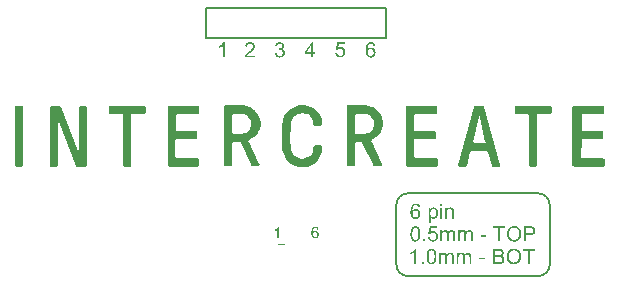
<source format=gto>
G04*
G04 #@! TF.GenerationSoftware,Altium Limited,Altium Designer,23.8.1 (32)*
G04*
G04 Layer_Color=65535*
%FSLAX44Y44*%
%MOMM*%
G71*
G04*
G04 #@! TF.SameCoordinates,EFFE2BD2-F133-4116-8B31-CAA5E5CF1D5D*
G04*
G04*
G04 #@! TF.FilePolarity,Positive*
G04*
G01*
G75*
%ADD10C,0.2000*%
%ADD11C,0.1000*%
G36*
X333836Y213059D02*
X333974Y213047D01*
X334124Y213022D01*
X334286Y212997D01*
X334474Y212972D01*
X334861Y212859D01*
X335073Y212797D01*
X335273Y212709D01*
X335486Y212622D01*
X335686Y212497D01*
X335886Y212372D01*
X336073Y212222D01*
X336086Y212209D01*
X336111Y212184D01*
X336161Y212134D01*
X336223Y212072D01*
X336298Y211984D01*
X336386Y211872D01*
X336485Y211747D01*
X336586Y211609D01*
X336685Y211460D01*
X336786Y211272D01*
X336873Y211085D01*
X336973Y210872D01*
X337060Y210647D01*
X337123Y210410D01*
X337185Y210160D01*
X337235Y209885D01*
X335673Y209760D01*
Y209772D01*
X335661Y209797D01*
X335648Y209848D01*
X335636Y209910D01*
X335611Y209985D01*
X335586Y210072D01*
X335523Y210272D01*
X335436Y210497D01*
X335336Y210722D01*
X335211Y210935D01*
X335073Y211110D01*
X335061Y211122D01*
X335048Y211135D01*
X335011Y211172D01*
X334961Y211210D01*
X334898Y211272D01*
X334823Y211322D01*
X334636Y211447D01*
X334411Y211572D01*
X334136Y211684D01*
X333836Y211759D01*
X333674Y211772D01*
X333499Y211784D01*
X333374D01*
X333236Y211759D01*
X333049Y211735D01*
X332849Y211684D01*
X332624Y211609D01*
X332399Y211497D01*
X332174Y211360D01*
X332162D01*
X332137Y211335D01*
X332099Y211310D01*
X332049Y211260D01*
X331924Y211135D01*
X331749Y210960D01*
X331562Y210735D01*
X331362Y210460D01*
X331174Y210147D01*
X330999Y209772D01*
Y209760D01*
X330987Y209722D01*
X330962Y209660D01*
X330937Y209585D01*
X330900Y209473D01*
X330862Y209348D01*
X330825Y209185D01*
X330787Y209010D01*
X330750Y208810D01*
X330712Y208598D01*
X330675Y208348D01*
X330637Y208085D01*
X330612Y207798D01*
X330587Y207486D01*
X330574Y207161D01*
X330562Y206811D01*
X330574Y206823D01*
X330587Y206848D01*
X330625Y206898D01*
X330662Y206948D01*
X330712Y207023D01*
X330787Y207111D01*
X330950Y207298D01*
X331149Y207511D01*
X331387Y207723D01*
X331649Y207923D01*
X331949Y208098D01*
X331962D01*
X331987Y208110D01*
X332037Y208135D01*
X332087Y208160D01*
X332174Y208198D01*
X332262Y208235D01*
X332362Y208273D01*
X332474Y208310D01*
X332737Y208385D01*
X333024Y208460D01*
X333336Y208510D01*
X333674Y208523D01*
X333749D01*
X333824Y208510D01*
X333936D01*
X334074Y208485D01*
X334236Y208460D01*
X334411Y208423D01*
X334599Y208373D01*
X334799Y208310D01*
X335023Y208235D01*
X335236Y208148D01*
X335461Y208035D01*
X335698Y207898D01*
X335923Y207748D01*
X336136Y207561D01*
X336348Y207361D01*
X336361Y207348D01*
X336398Y207311D01*
X336448Y207236D01*
X336523Y207148D01*
X336610Y207036D01*
X336698Y206898D01*
X336798Y206736D01*
X336910Y206548D01*
X337010Y206348D01*
X337110Y206123D01*
X337198Y205874D01*
X337285Y205611D01*
X337360Y205324D01*
X337410Y205024D01*
X337448Y204711D01*
X337460Y204374D01*
Y204361D01*
Y204324D01*
Y204261D01*
X337448Y204174D01*
Y204062D01*
X337435Y203937D01*
X337423Y203799D01*
X337398Y203637D01*
X337335Y203287D01*
X337235Y202912D01*
X337110Y202524D01*
X336935Y202125D01*
Y202112D01*
X336910Y202075D01*
X336885Y202024D01*
X336835Y201962D01*
X336786Y201875D01*
X336723Y201775D01*
X336561Y201550D01*
X336348Y201287D01*
X336111Y201025D01*
X335823Y200775D01*
X335498Y200550D01*
X335486D01*
X335461Y200525D01*
X335411Y200500D01*
X335336Y200462D01*
X335248Y200425D01*
X335148Y200375D01*
X335036Y200325D01*
X334898Y200275D01*
X334761Y200225D01*
X334599Y200175D01*
X334249Y200088D01*
X333861Y200025D01*
X333649Y200012D01*
X333436Y200000D01*
X333349D01*
X333249Y200012D01*
X333111Y200025D01*
X332949Y200050D01*
X332749Y200075D01*
X332537Y200125D01*
X332299Y200175D01*
X332049Y200250D01*
X331799Y200350D01*
X331524Y200462D01*
X331262Y200612D01*
X330987Y200775D01*
X330724Y200962D01*
X330475Y201187D01*
X330237Y201437D01*
X330225Y201450D01*
X330187Y201512D01*
X330125Y201587D01*
X330050Y201712D01*
X329950Y201875D01*
X329850Y202075D01*
X329737Y202299D01*
X329625Y202574D01*
X329500Y202887D01*
X329387Y203237D01*
X329287Y203624D01*
X329200Y204062D01*
X329112Y204524D01*
X329050Y205049D01*
X329012Y205599D01*
X329000Y206198D01*
Y206211D01*
Y206236D01*
Y206286D01*
Y206361D01*
Y206448D01*
X329012Y206548D01*
Y206673D01*
X329025Y206811D01*
Y206948D01*
X329037Y207111D01*
X329075Y207461D01*
X329112Y207848D01*
X329175Y208260D01*
X329237Y208698D01*
X329337Y209148D01*
X329437Y209597D01*
X329575Y210047D01*
X329725Y210472D01*
X329912Y210885D01*
X330125Y211260D01*
X330362Y211597D01*
X330375Y211609D01*
X330412Y211660D01*
X330487Y211735D01*
X330587Y211822D01*
X330700Y211935D01*
X330849Y212059D01*
X331024Y212197D01*
X331212Y212334D01*
X331437Y212472D01*
X331674Y212609D01*
X331937Y212734D01*
X332224Y212847D01*
X332537Y212934D01*
X332862Y213009D01*
X333211Y213059D01*
X333586Y213072D01*
X333736D01*
X333836Y213059D01*
D02*
G37*
G36*
X311383Y211572D02*
X306247D01*
X305560Y208110D01*
X305572Y208123D01*
X305610Y208148D01*
X305672Y208185D01*
X305760Y208235D01*
X305860Y208298D01*
X305997Y208373D01*
X306134Y208435D01*
X306297Y208523D01*
X306472Y208598D01*
X306659Y208660D01*
X307072Y208798D01*
X307284Y208848D01*
X307509Y208885D01*
X307747Y208910D01*
X307984Y208923D01*
X308059D01*
X308146Y208910D01*
X308271D01*
X308409Y208885D01*
X308584Y208860D01*
X308771Y208823D01*
X308971Y208773D01*
X309184Y208710D01*
X309421Y208635D01*
X309659Y208548D01*
X309896Y208435D01*
X310133Y208298D01*
X310371Y208148D01*
X310596Y207960D01*
X310821Y207761D01*
X310833Y207748D01*
X310871Y207710D01*
X310933Y207636D01*
X311008Y207548D01*
X311096Y207436D01*
X311183Y207298D01*
X311296Y207136D01*
X311408Y206948D01*
X311508Y206748D01*
X311621Y206523D01*
X311708Y206273D01*
X311808Y206011D01*
X311870Y205723D01*
X311933Y205424D01*
X311971Y205099D01*
X311983Y204761D01*
Y204736D01*
Y204686D01*
X311971Y204599D01*
Y204474D01*
X311958Y204324D01*
X311933Y204149D01*
X311896Y203949D01*
X311858Y203736D01*
X311796Y203512D01*
X311733Y203262D01*
X311646Y203012D01*
X311546Y202762D01*
X311433Y202512D01*
X311296Y202249D01*
X311133Y201999D01*
X310958Y201762D01*
X310946Y201750D01*
X310896Y201700D01*
X310833Y201625D01*
X310733Y201525D01*
X310608Y201400D01*
X310458Y201275D01*
X310283Y201137D01*
X310084Y200987D01*
X309846Y200837D01*
X309596Y200700D01*
X309321Y200575D01*
X309021Y200450D01*
X308696Y200350D01*
X308359Y200275D01*
X307984Y200225D01*
X307597Y200212D01*
X307522D01*
X307434Y200225D01*
X307309D01*
X307159Y200237D01*
X306984Y200262D01*
X306797Y200300D01*
X306584Y200337D01*
X306359Y200387D01*
X306134Y200450D01*
X305897Y200525D01*
X305647Y200625D01*
X305410Y200737D01*
X305172Y200862D01*
X304947Y201012D01*
X304735Y201187D01*
X304722Y201200D01*
X304685Y201237D01*
X304635Y201287D01*
X304560Y201362D01*
X304472Y201462D01*
X304385Y201587D01*
X304272Y201725D01*
X304172Y201875D01*
X304060Y202050D01*
X303948Y202249D01*
X303848Y202462D01*
X303748Y202699D01*
X303660Y202949D01*
X303585Y203212D01*
X303523Y203487D01*
X303485Y203787D01*
X305135Y203924D01*
Y203911D01*
X305147Y203874D01*
X305160Y203811D01*
X305172Y203724D01*
X305197Y203624D01*
X305222Y203512D01*
X305310Y203237D01*
X305422Y202949D01*
X305560Y202649D01*
X305747Y202349D01*
X305860Y202224D01*
X305972Y202099D01*
X305984Y202087D01*
X306010Y202075D01*
X306047Y202050D01*
X306097Y202012D01*
X306159Y201962D01*
X306234Y201912D01*
X306434Y201800D01*
X306672Y201687D01*
X306947Y201600D01*
X307259Y201525D01*
X307422Y201512D01*
X307597Y201500D01*
X307709D01*
X307784Y201512D01*
X307884Y201525D01*
X307997Y201550D01*
X308121Y201575D01*
X308259Y201612D01*
X308571Y201712D01*
X308721Y201775D01*
X308884Y201862D01*
X309046Y201962D01*
X309209Y202075D01*
X309371Y202199D01*
X309521Y202349D01*
X309534Y202362D01*
X309559Y202387D01*
X309596Y202437D01*
X309646Y202512D01*
X309709Y202587D01*
X309771Y202699D01*
X309846Y202824D01*
X309921Y202962D01*
X309984Y203112D01*
X310058Y203287D01*
X310121Y203474D01*
X310183Y203674D01*
X310233Y203887D01*
X310271Y204124D01*
X310296Y204361D01*
X310308Y204624D01*
Y204636D01*
Y204686D01*
Y204749D01*
X310296Y204849D01*
X310283Y204961D01*
X310271Y205086D01*
X310246Y205236D01*
X310208Y205399D01*
X310121Y205736D01*
X310058Y205911D01*
X309984Y206086D01*
X309896Y206261D01*
X309796Y206436D01*
X309684Y206598D01*
X309546Y206748D01*
X309534Y206761D01*
X309509Y206786D01*
X309471Y206823D01*
X309409Y206873D01*
X309334Y206936D01*
X309246Y206998D01*
X309134Y207073D01*
X309021Y207148D01*
X308884Y207211D01*
X308734Y207286D01*
X308571Y207348D01*
X308396Y207411D01*
X308196Y207461D01*
X307997Y207498D01*
X307784Y207523D01*
X307559Y207536D01*
X307434D01*
X307359Y207523D01*
X307284D01*
X307097Y207498D01*
X306884Y207448D01*
X306659Y207386D01*
X306422Y207298D01*
X306185Y207186D01*
X306172D01*
X306159Y207173D01*
X306084Y207123D01*
X305972Y207048D01*
X305847Y206948D01*
X305685Y206811D01*
X305535Y206661D01*
X305372Y206486D01*
X305235Y206298D01*
X303760Y206486D01*
X304997Y213072D01*
X311383D01*
Y211572D01*
D02*
G37*
G36*
X277622Y159499D02*
X279184Y159187D01*
X282934Y158249D01*
X284809Y156999D01*
X286684Y155749D01*
X286997Y155437D01*
X287622Y155124D01*
X288247Y154187D01*
X289184Y153249D01*
X291059Y149812D01*
X291997Y147937D01*
X292309Y145750D01*
Y143562D01*
Y143250D01*
X291997Y142937D01*
X291684Y142625D01*
X290747Y142312D01*
X286059D01*
X285747Y142625D01*
X285122Y142937D01*
X284809Y143562D01*
Y144500D01*
Y144812D01*
Y145125D01*
X284497Y146687D01*
X283559Y148875D01*
X281997Y150750D01*
X281684Y151062D01*
X280434Y151999D01*
X278559Y152624D01*
X276059Y152937D01*
X275122D01*
X273247Y152624D01*
X271060Y151999D01*
X268872Y150750D01*
X268560Y150437D01*
X267622Y149187D01*
X266685Y147312D01*
X266060Y145125D01*
Y144500D01*
X265747Y143250D01*
Y141062D01*
Y138250D01*
X265435Y134812D01*
Y130750D01*
X266060Y122625D01*
Y122000D01*
X266685Y120437D01*
X267310Y118562D01*
X268872Y116687D01*
X269497Y116375D01*
X270747Y115750D01*
X272935Y114812D01*
X275435Y114500D01*
X276059D01*
X277622Y114812D01*
X279809Y115437D01*
X281684Y116687D01*
X281997Y117000D01*
X283247Y118250D01*
X284184Y120125D01*
X284809Y122625D01*
Y124187D01*
Y124500D01*
X285122Y125125D01*
X285434Y125437D01*
X286372Y125750D01*
X291059D01*
X291684Y125437D01*
X291997Y125125D01*
X292309Y124187D01*
Y122312D01*
Y122000D01*
X291997Y121375D01*
Y120125D01*
X291372Y118562D01*
X289809Y114812D01*
X288559Y113250D01*
X286997Y111375D01*
X286684Y111062D01*
X286372Y110750D01*
X285122Y110125D01*
X283872Y109187D01*
X282309Y108250D01*
X280434Y107625D01*
X278247Y107312D01*
X275747Y107000D01*
X274497D01*
X273247Y107312D01*
X271685Y107625D01*
X267935Y108875D01*
X265747Y109812D01*
X263872Y111375D01*
X263560Y111687D01*
X263247Y112312D01*
X262310Y113250D01*
X261372Y114500D01*
X259810Y117937D01*
X258872Y119812D01*
X258560Y122312D01*
Y122937D01*
Y124187D01*
Y126375D01*
Y129187D01*
Y132625D01*
Y136375D01*
Y144500D01*
Y144812D01*
X258872Y145750D01*
Y146687D01*
X259497Y148250D01*
X261060Y151999D01*
X262310Y153874D01*
X263872Y155437D01*
X264185Y155749D01*
X264810Y156062D01*
X265747Y156687D01*
X267310Y157624D01*
X270747Y159187D01*
X272935Y159499D01*
X275435Y159812D01*
X276684D01*
X277622Y159499D01*
D02*
G37*
G36*
X92624Y158562D02*
X92937Y157937D01*
Y108875D01*
Y108562D01*
Y108250D01*
X92312Y107937D01*
X91687Y107625D01*
X84499D01*
X84187Y107937D01*
X83874Y108562D01*
X69187Y145125D01*
X68875Y145437D01*
X68562D01*
X68250Y145125D01*
Y108562D01*
Y108250D01*
X67937Y107937D01*
X67625Y107312D01*
X66687Y107000D01*
X62937D01*
X62625Y107312D01*
X62000Y107625D01*
X61687Y108562D01*
Y157312D01*
Y157624D01*
X62000Y158249D01*
X62312Y158562D01*
X63250Y158874D01*
X70125D01*
X70437Y158562D01*
X70750Y157937D01*
X85124Y121062D01*
X85749Y120750D01*
X86062D01*
X86687Y121062D01*
Y157937D01*
Y158249D01*
X86999Y158562D01*
X87312Y158874D01*
X88249Y159187D01*
X92312D01*
X92624Y158562D01*
D02*
G37*
G36*
X329809Y159499D02*
X331371Y159187D01*
X335121Y158249D01*
X336684Y156999D01*
X338559Y155749D01*
X338871Y155437D01*
X339184Y155124D01*
X340121Y154187D01*
X341059Y153249D01*
X342934Y149812D01*
X344184Y145750D01*
Y145437D01*
Y144812D01*
Y143875D01*
X343871Y142625D01*
X343246Y139812D01*
X341684Y136687D01*
X341371Y136062D01*
X340121Y134500D01*
X337934Y132625D01*
X335121Y131062D01*
X334809Y130750D01*
X334184Y130125D01*
X333871Y129500D01*
Y128875D01*
X334184Y128562D01*
X342934Y110125D01*
Y109812D01*
Y109500D01*
Y108562D01*
X341996Y107937D01*
X336996D01*
X336371Y108250D01*
X335434Y108562D01*
X335121Y109500D01*
X326371Y127937D01*
Y128250D01*
X325746Y128562D01*
X325121Y128875D01*
X321059Y128562D01*
X320746Y128250D01*
X320434Y127937D01*
X320121D01*
Y109500D01*
Y109187D01*
X319809Y108875D01*
X319496Y108250D01*
X318559Y107937D01*
X313872D01*
X313559Y108250D01*
X313247Y108562D01*
X312934Y109500D01*
Y158249D01*
Y158562D01*
X313247Y159187D01*
X313559Y159499D01*
X314184Y159812D01*
X328559D01*
X329809Y159499D01*
D02*
G37*
G36*
X226060D02*
X227623Y159187D01*
X231060Y158249D01*
X232935Y156999D01*
X234810Y155749D01*
X235123Y155437D01*
X235435Y155124D01*
X236373Y154187D01*
X237310Y153249D01*
X239185Y149812D01*
X239810Y147937D01*
X240123Y145750D01*
Y145437D01*
Y144812D01*
Y143875D01*
Y142625D01*
X239498Y139812D01*
X237935Y136687D01*
X237623Y136062D01*
X236373Y134500D01*
X234185Y132625D01*
X231373Y131062D01*
X231060Y130750D01*
X230435Y130125D01*
X229810Y129500D01*
Y128875D01*
X230123Y128562D01*
X239185Y110125D01*
Y109812D01*
X239498Y109500D01*
X239185Y108562D01*
X238560Y107937D01*
X233248D01*
X232935Y108250D01*
X232310Y108562D01*
X231685Y109500D01*
X223560Y127937D01*
X223248Y128250D01*
X221998Y128875D01*
X216998Y128562D01*
X216685Y128250D01*
X216373Y127937D01*
X216060D01*
Y109500D01*
Y109187D01*
X215748Y108875D01*
X215435Y108250D01*
X214498Y107937D01*
X210435D01*
X210123Y108250D01*
X209498Y108562D01*
X209185Y109500D01*
Y158249D01*
Y158562D01*
X209498Y159187D01*
X209810Y159499D01*
X210748Y159812D01*
X224810D01*
X226060Y159499D01*
D02*
G37*
G36*
X530744Y158562D02*
X531056Y157937D01*
Y153874D01*
Y153562D01*
X530744Y152937D01*
X530432Y152312D01*
X529494Y151999D01*
X512307D01*
X511994Y151687D01*
Y151374D01*
Y138250D01*
X512307D01*
X512619Y137937D01*
X529494D01*
X529807Y137625D01*
X530119Y137312D01*
X530432Y136375D01*
Y132312D01*
Y132000D01*
Y131687D01*
X529807Y131375D01*
X529182Y131062D01*
X512619D01*
X512307Y130750D01*
X511994Y130437D01*
X511369Y115437D01*
Y115125D01*
X511682Y114812D01*
X511994Y114500D01*
X512307Y114812D01*
X530432D01*
X531056Y114500D01*
X531681Y114187D01*
X531994Y113250D01*
Y108875D01*
Y108562D01*
X531681Y108250D01*
X531369Y107937D01*
X530119Y107625D01*
X505744D01*
X505119Y107937D01*
X504494Y108250D01*
X504182Y108875D01*
Y157937D01*
Y158249D01*
X504494Y158562D01*
X505119Y158874D01*
X506057Y159187D01*
X530432D01*
X530744Y158562D01*
D02*
G37*
G36*
X486370D02*
X486682Y157937D01*
Y153874D01*
Y153562D01*
X486370Y152937D01*
X486057Y152312D01*
X485120Y151999D01*
X474495D01*
X474182Y151687D01*
X473870Y151374D01*
Y150750D01*
Y149812D01*
Y147937D01*
Y145437D01*
Y141687D01*
Y139187D01*
Y136687D01*
Y133875D01*
Y130437D01*
Y108875D01*
Y108562D01*
X473557Y108250D01*
X473245Y107937D01*
X472307Y107625D01*
X468245D01*
X467932Y107937D01*
X467307Y108250D01*
X466995Y108875D01*
Y151374D01*
Y151687D01*
X466682Y151999D01*
X456370D01*
X456057Y152312D01*
X455745Y152937D01*
X455432Y153874D01*
Y157937D01*
Y158249D01*
X455745Y158562D01*
X456057Y158874D01*
X456682Y159187D01*
X486057D01*
X486370Y158562D01*
D02*
G37*
G36*
X428870Y158874D02*
X429495Y158249D01*
X443245Y108875D01*
X442933Y108250D01*
X442620Y107937D01*
X441683Y107625D01*
X437308D01*
X436370Y107937D01*
X435745Y108562D01*
X432308Y119812D01*
Y120125D01*
X431995Y120437D01*
X431683Y120750D01*
X418558D01*
X417933Y120437D01*
X417308Y119812D01*
X414495Y108562D01*
X414183Y108250D01*
X413870Y107937D01*
X412933Y107625D01*
X408245D01*
X407933Y107937D01*
X407308Y108250D01*
X406996Y108875D01*
X421058Y158249D01*
Y158562D01*
X421370Y158874D01*
X421683Y159187D01*
X428558D01*
X428870Y158874D01*
D02*
G37*
G36*
X389496Y158562D02*
X389808Y157937D01*
Y153874D01*
Y153562D01*
Y152937D01*
X389183Y152312D01*
X388558Y151999D01*
X370746D01*
X369808Y151374D01*
Y138250D01*
X370121Y137937D01*
X387308D01*
X387933Y137625D01*
X388246Y137312D01*
X388558Y136375D01*
Y132312D01*
Y132000D01*
X388246Y131687D01*
X387933Y131375D01*
X386996Y131062D01*
X370433D01*
X370121Y130750D01*
X369808Y130437D01*
Y115437D01*
X370746D01*
Y115125D01*
Y114812D01*
X371058Y114500D01*
X371371Y114812D01*
X389183D01*
X389808Y114500D01*
X390121Y114187D01*
X390433Y113250D01*
Y108875D01*
Y108562D01*
X390121Y108250D01*
X389808Y107937D01*
X388871Y107625D01*
X364184D01*
X363871Y107937D01*
X363246Y108250D01*
X362934Y108875D01*
Y157937D01*
Y158249D01*
X363246Y158562D01*
X363559Y158874D01*
X364496Y159187D01*
X389183D01*
X389496Y158562D01*
D02*
G37*
G36*
X187936D02*
X188248Y157937D01*
Y153874D01*
Y153562D01*
X187936Y152937D01*
X187623Y152312D01*
X186686Y151999D01*
X169186D01*
X168248Y151374D01*
Y138250D01*
X168561Y137937D01*
X185748D01*
X186061Y137625D01*
X186373Y137312D01*
X186686Y136375D01*
Y132312D01*
Y132000D01*
Y131687D01*
X186061Y131375D01*
X185436Y131062D01*
X168873D01*
X167623Y130437D01*
Y115437D01*
X168873D01*
Y115125D01*
Y114812D01*
Y114500D01*
X169186Y114812D01*
X186998D01*
X187623Y114500D01*
X187936Y114187D01*
X188248Y113250D01*
Y108875D01*
Y108562D01*
X187936Y108250D01*
X187623Y107937D01*
X186686Y107625D01*
X162623D01*
X162311Y107937D01*
X161686Y108250D01*
X161373Y108875D01*
Y157937D01*
Y158249D01*
X161686Y158562D01*
X161998Y158874D01*
X162936Y159187D01*
X187623D01*
X187936Y158562D01*
D02*
G37*
G36*
X142624D02*
X142936Y157937D01*
Y153874D01*
Y153562D01*
X142624Y152937D01*
X142311Y152312D01*
X141374Y151999D01*
X130436D01*
Y151687D01*
X130749D01*
Y151374D01*
Y150750D01*
Y149812D01*
Y147937D01*
Y145437D01*
Y141687D01*
Y139187D01*
Y136687D01*
Y133875D01*
Y130437D01*
Y108875D01*
Y108562D01*
X130436Y108250D01*
X130124Y107937D01*
X129186Y107625D01*
X124499D01*
X124186Y107937D01*
X123561Y108250D01*
X123249Y108875D01*
Y151374D01*
Y151687D01*
Y151999D01*
X113249D01*
X112624Y152312D01*
X111999Y152937D01*
X111686Y153874D01*
Y157937D01*
Y158249D01*
X111999Y158562D01*
X112624Y158874D01*
X113561Y159187D01*
X142311D01*
X142624Y158562D01*
D02*
G37*
G36*
X38562D02*
X38875Y157937D01*
Y108875D01*
Y108562D01*
X38562Y108250D01*
X38250Y107937D01*
X37312Y107625D01*
X33250D01*
X32625Y107937D01*
X32000Y108250D01*
Y108875D01*
Y157937D01*
Y158249D01*
Y158562D01*
X32625Y158874D01*
X33563Y159187D01*
X38250D01*
X38562Y158562D01*
D02*
G37*
G36*
X286627Y56794D02*
X286730Y56785D01*
X286843Y56766D01*
X286965Y56747D01*
X287105Y56729D01*
X287396Y56644D01*
X287555Y56597D01*
X287705Y56532D01*
X287864Y56466D01*
X288014Y56373D01*
X288164Y56279D01*
X288305Y56166D01*
X288314Y56157D01*
X288333Y56138D01*
X288370Y56101D01*
X288417Y56054D01*
X288473Y55988D01*
X288539Y55904D01*
X288614Y55810D01*
X288689Y55707D01*
X288764Y55595D01*
X288839Y55454D01*
X288905Y55314D01*
X288980Y55154D01*
X289045Y54985D01*
X289092Y54807D01*
X289139Y54620D01*
X289177Y54414D01*
X288005Y54320D01*
Y54329D01*
X287995Y54348D01*
X287986Y54386D01*
X287977Y54433D01*
X287958Y54489D01*
X287939Y54554D01*
X287892Y54704D01*
X287827Y54873D01*
X287752Y55042D01*
X287658Y55201D01*
X287555Y55332D01*
X287546Y55342D01*
X287536Y55351D01*
X287508Y55379D01*
X287471Y55407D01*
X287424Y55454D01*
X287368Y55492D01*
X287227Y55585D01*
X287058Y55679D01*
X286852Y55763D01*
X286627Y55820D01*
X286505Y55829D01*
X286374Y55838D01*
X286280D01*
X286177Y55820D01*
X286037Y55801D01*
X285887Y55763D01*
X285718Y55707D01*
X285549Y55623D01*
X285381Y55520D01*
X285371D01*
X285352Y55501D01*
X285324Y55482D01*
X285287Y55445D01*
X285193Y55351D01*
X285062Y55220D01*
X284921Y55051D01*
X284771Y54845D01*
X284631Y54611D01*
X284500Y54329D01*
Y54320D01*
X284490Y54292D01*
X284471Y54245D01*
X284453Y54189D01*
X284425Y54104D01*
X284396Y54011D01*
X284368Y53889D01*
X284340Y53758D01*
X284312Y53608D01*
X284284Y53448D01*
X284256Y53261D01*
X284228Y53064D01*
X284209Y52849D01*
X284190Y52614D01*
X284181Y52371D01*
X284172Y52108D01*
X284181Y52117D01*
X284190Y52136D01*
X284218Y52174D01*
X284247Y52211D01*
X284284Y52267D01*
X284340Y52333D01*
X284462Y52474D01*
X284612Y52633D01*
X284790Y52792D01*
X284987Y52942D01*
X285212Y53074D01*
X285221D01*
X285240Y53083D01*
X285278Y53102D01*
X285315Y53120D01*
X285381Y53148D01*
X285446Y53177D01*
X285521Y53205D01*
X285606Y53233D01*
X285802Y53289D01*
X286018Y53345D01*
X286252Y53383D01*
X286505Y53392D01*
X286562D01*
X286618Y53383D01*
X286702D01*
X286805Y53364D01*
X286927Y53345D01*
X287058Y53317D01*
X287199Y53280D01*
X287349Y53233D01*
X287518Y53177D01*
X287677Y53111D01*
X287846Y53027D01*
X288024Y52923D01*
X288192Y52811D01*
X288352Y52670D01*
X288511Y52520D01*
X288520Y52511D01*
X288549Y52483D01*
X288586Y52427D01*
X288642Y52361D01*
X288708Y52277D01*
X288773Y52174D01*
X288848Y52052D01*
X288933Y51911D01*
X289008Y51761D01*
X289083Y51593D01*
X289148Y51405D01*
X289214Y51208D01*
X289270Y50993D01*
X289308Y50768D01*
X289336Y50533D01*
X289345Y50280D01*
Y50271D01*
Y50243D01*
Y50196D01*
X289336Y50131D01*
Y50046D01*
X289326Y49952D01*
X289317Y49849D01*
X289298Y49727D01*
X289251Y49465D01*
X289177Y49184D01*
X289083Y48893D01*
X288951Y48593D01*
Y48584D01*
X288933Y48556D01*
X288914Y48518D01*
X288877Y48471D01*
X288839Y48406D01*
X288792Y48331D01*
X288670Y48162D01*
X288511Y47965D01*
X288333Y47769D01*
X288117Y47581D01*
X287874Y47412D01*
X287864D01*
X287846Y47394D01*
X287808Y47375D01*
X287752Y47347D01*
X287686Y47319D01*
X287611Y47281D01*
X287527Y47244D01*
X287424Y47206D01*
X287321Y47169D01*
X287199Y47131D01*
X286936Y47066D01*
X286646Y47019D01*
X286486Y47009D01*
X286327Y47000D01*
X286262D01*
X286187Y47009D01*
X286084Y47019D01*
X285962Y47038D01*
X285812Y47056D01*
X285652Y47094D01*
X285474Y47131D01*
X285287Y47188D01*
X285099Y47262D01*
X284893Y47347D01*
X284696Y47459D01*
X284490Y47581D01*
X284293Y47722D01*
X284106Y47890D01*
X283928Y48078D01*
X283918Y48087D01*
X283890Y48134D01*
X283843Y48190D01*
X283787Y48284D01*
X283712Y48406D01*
X283637Y48556D01*
X283553Y48725D01*
X283469Y48931D01*
X283375Y49165D01*
X283291Y49427D01*
X283216Y49718D01*
X283150Y50046D01*
X283084Y50393D01*
X283037Y50786D01*
X283009Y51199D01*
X283000Y51649D01*
Y51658D01*
Y51677D01*
Y51714D01*
Y51771D01*
Y51836D01*
X283009Y51911D01*
Y52005D01*
X283019Y52108D01*
Y52211D01*
X283028Y52333D01*
X283056Y52595D01*
X283084Y52886D01*
X283131Y53195D01*
X283178Y53523D01*
X283253Y53861D01*
X283328Y54198D01*
X283431Y54536D01*
X283544Y54854D01*
X283684Y55163D01*
X283843Y55445D01*
X284022Y55698D01*
X284031Y55707D01*
X284059Y55745D01*
X284115Y55801D01*
X284190Y55866D01*
X284275Y55951D01*
X284387Y56045D01*
X284518Y56148D01*
X284659Y56251D01*
X284828Y56354D01*
X285006Y56457D01*
X285203Y56551D01*
X285418Y56635D01*
X285652Y56701D01*
X285896Y56757D01*
X286159Y56794D01*
X286440Y56804D01*
X286552D01*
X286627Y56794D01*
D02*
G37*
G36*
X284744Y204761D02*
X286468D01*
Y203324D01*
X284744D01*
Y200262D01*
X283169D01*
Y203324D01*
X277608D01*
Y204761D01*
X283456Y213072D01*
X284744D01*
Y204761D01*
D02*
G37*
G36*
X256392Y213059D02*
X256492D01*
X256592Y213047D01*
X256717Y213034D01*
X256854Y213022D01*
X257154Y212959D01*
X257467Y212884D01*
X257804Y212772D01*
X258142Y212622D01*
X258154D01*
X258179Y212597D01*
X258229Y212572D01*
X258291Y212534D01*
X258367Y212497D01*
X258442Y212434D01*
X258641Y212297D01*
X258866Y212122D01*
X259091Y211910D01*
X259304Y211660D01*
X259491Y211385D01*
Y211372D01*
X259516Y211347D01*
X259541Y211310D01*
X259566Y211247D01*
X259604Y211185D01*
X259641Y211097D01*
X259729Y210885D01*
X259816Y210647D01*
X259891Y210360D01*
X259941Y210060D01*
X259966Y209735D01*
Y209722D01*
Y209697D01*
Y209660D01*
X259954Y209597D01*
Y209523D01*
X259941Y209435D01*
X259916Y209235D01*
X259854Y208998D01*
X259779Y208748D01*
X259666Y208485D01*
X259516Y208223D01*
Y208210D01*
X259491Y208198D01*
X259466Y208160D01*
X259429Y208110D01*
X259329Y207985D01*
X259179Y207836D01*
X258991Y207661D01*
X258766Y207486D01*
X258504Y207311D01*
X258192Y207148D01*
X258204D01*
X258242Y207136D01*
X258304Y207123D01*
X258379Y207098D01*
X258479Y207061D01*
X258579Y207023D01*
X258841Y206911D01*
X259116Y206773D01*
X259416Y206573D01*
X259704Y206348D01*
X259829Y206211D01*
X259954Y206061D01*
X259966Y206049D01*
X259979Y206024D01*
X260016Y205973D01*
X260054Y205911D01*
X260104Y205836D01*
X260154Y205736D01*
X260216Y205624D01*
X260278Y205499D01*
X260329Y205349D01*
X260391Y205199D01*
X260441Y205024D01*
X260491Y204849D01*
X260566Y204449D01*
X260578Y204224D01*
X260591Y203999D01*
Y203986D01*
Y203924D01*
X260578Y203836D01*
Y203724D01*
X260553Y203574D01*
X260529Y203412D01*
X260491Y203224D01*
X260441Y203012D01*
X260378Y202799D01*
X260291Y202574D01*
X260191Y202337D01*
X260079Y202099D01*
X259929Y201862D01*
X259766Y201612D01*
X259579Y201387D01*
X259366Y201162D01*
X259354Y201150D01*
X259316Y201112D01*
X259241Y201050D01*
X259141Y200987D01*
X259029Y200887D01*
X258879Y200800D01*
X258716Y200687D01*
X258517Y200587D01*
X258304Y200475D01*
X258067Y200362D01*
X257817Y200275D01*
X257542Y200187D01*
X257254Y200112D01*
X256942Y200050D01*
X256617Y200012D01*
X256267Y200000D01*
X256192D01*
X256105Y200012D01*
X255992D01*
X255842Y200025D01*
X255680Y200050D01*
X255492Y200088D01*
X255280Y200125D01*
X255067Y200175D01*
X254842Y200250D01*
X254605Y200325D01*
X254380Y200425D01*
X254143Y200537D01*
X253905Y200675D01*
X253680Y200825D01*
X253468Y201000D01*
X253455Y201012D01*
X253418Y201050D01*
X253368Y201100D01*
X253293Y201187D01*
X253205Y201287D01*
X253105Y201400D01*
X253005Y201537D01*
X252893Y201700D01*
X252780Y201875D01*
X252668Y202075D01*
X252568Y202287D01*
X252468Y202524D01*
X252381Y202774D01*
X252306Y203037D01*
X252243Y203312D01*
X252206Y203612D01*
X253780Y203824D01*
Y203811D01*
X253793Y203762D01*
X253805Y203699D01*
X253830Y203599D01*
X253855Y203499D01*
X253893Y203362D01*
X253943Y203224D01*
X253993Y203074D01*
X254118Y202762D01*
X254280Y202437D01*
X254468Y202137D01*
X254580Y202012D01*
X254692Y201887D01*
X254705D01*
X254717Y201862D01*
X254755Y201837D01*
X254805Y201800D01*
X254867Y201750D01*
X254942Y201700D01*
X255130Y201600D01*
X255367Y201487D01*
X255642Y201387D01*
X255942Y201325D01*
X256105Y201312D01*
X256280Y201300D01*
X256392D01*
X256467Y201312D01*
X256567Y201325D01*
X256667Y201337D01*
X256792Y201362D01*
X256929Y201400D01*
X257229Y201487D01*
X257379Y201550D01*
X257542Y201625D01*
X257704Y201712D01*
X257854Y201812D01*
X258004Y201924D01*
X258154Y202062D01*
X258167Y202075D01*
X258192Y202099D01*
X258229Y202137D01*
X258279Y202199D01*
X258329Y202274D01*
X258391Y202362D01*
X258466Y202462D01*
X258542Y202587D01*
X258604Y202712D01*
X258679Y202862D01*
X258804Y203187D01*
X258841Y203362D01*
X258879Y203549D01*
X258904Y203749D01*
X258916Y203962D01*
Y203974D01*
Y204011D01*
Y204062D01*
X258904Y204149D01*
X258891Y204236D01*
X258879Y204349D01*
X258854Y204461D01*
X258829Y204599D01*
X258741Y204874D01*
X258691Y205024D01*
X258616Y205174D01*
X258529Y205324D01*
X258442Y205474D01*
X258329Y205611D01*
X258204Y205749D01*
X258192Y205761D01*
X258167Y205774D01*
X258129Y205811D01*
X258079Y205861D01*
X258004Y205911D01*
X257917Y205973D01*
X257829Y206036D01*
X257717Y206098D01*
X257592Y206161D01*
X257454Y206223D01*
X257142Y206336D01*
X256792Y206423D01*
X256604Y206436D01*
X256404Y206448D01*
X256329D01*
X256230Y206436D01*
X256105Y206423D01*
X255942Y206411D01*
X255755Y206386D01*
X255542Y206336D01*
X255305Y206286D01*
X255480Y207661D01*
X255505D01*
X255567Y207648D01*
X255655Y207636D01*
X255830D01*
X255905Y207648D01*
X255992D01*
X256092Y207661D01*
X256205Y207686D01*
X256329Y207698D01*
X256617Y207761D01*
X256917Y207861D01*
X257229Y207985D01*
X257542Y208160D01*
X257554Y208173D01*
X257579Y208185D01*
X257617Y208210D01*
X257667Y208260D01*
X257729Y208310D01*
X257804Y208385D01*
X257867Y208460D01*
X257954Y208560D01*
X258029Y208660D01*
X258092Y208785D01*
X258167Y208923D01*
X258229Y209060D01*
X258279Y209223D01*
X258316Y209398D01*
X258342Y209573D01*
X258354Y209772D01*
Y209785D01*
Y209810D01*
Y209860D01*
X258342Y209923D01*
Y209997D01*
X258329Y210085D01*
X258279Y210285D01*
X258217Y210510D01*
X258104Y210747D01*
X257967Y210985D01*
X257867Y211097D01*
X257767Y211210D01*
X257754Y211222D01*
X257742Y211235D01*
X257704Y211260D01*
X257667Y211297D01*
X257529Y211397D01*
X257354Y211497D01*
X257142Y211597D01*
X256879Y211697D01*
X256579Y211759D01*
X256430Y211784D01*
X256167D01*
X256105Y211772D01*
X256017D01*
X255930Y211759D01*
X255717Y211709D01*
X255467Y211647D01*
X255217Y211535D01*
X254955Y211397D01*
X254830Y211297D01*
X254717Y211197D01*
X254705Y211185D01*
X254692Y211172D01*
X254655Y211135D01*
X254618Y211085D01*
X254568Y211035D01*
X254517Y210960D01*
X254455Y210872D01*
X254393Y210772D01*
X254330Y210647D01*
X254255Y210522D01*
X254193Y210385D01*
X254130Y210222D01*
X254080Y210060D01*
X254018Y209872D01*
X253980Y209685D01*
X253943Y209473D01*
X252368Y209748D01*
Y209760D01*
X252381Y209823D01*
X252405Y209897D01*
X252430Y210010D01*
X252468Y210135D01*
X252518Y210297D01*
X252568Y210460D01*
X252643Y210647D01*
X252718Y210835D01*
X252818Y211035D01*
X252918Y211247D01*
X253043Y211447D01*
X253168Y211647D01*
X253318Y211847D01*
X253493Y212022D01*
X253668Y212197D01*
X253680Y212209D01*
X253718Y212234D01*
X253768Y212272D01*
X253855Y212334D01*
X253955Y212397D01*
X254068Y212472D01*
X254218Y212559D01*
X254368Y212634D01*
X254543Y212722D01*
X254742Y212797D01*
X254955Y212872D01*
X255180Y212934D01*
X255417Y212997D01*
X255667Y213034D01*
X255942Y213059D01*
X256217Y213072D01*
X256317D01*
X256392Y213059D01*
D02*
G37*
G36*
X231365D02*
X231502D01*
X231652Y213047D01*
X231827Y213022D01*
X232027Y212984D01*
X232252Y212947D01*
X232477Y212884D01*
X232714Y212822D01*
X232964Y212734D01*
X233202Y212634D01*
X233452Y212522D01*
X233676Y212384D01*
X233901Y212222D01*
X234114Y212047D01*
X234126Y212034D01*
X234164Y211997D01*
X234214Y211947D01*
X234276Y211859D01*
X234364Y211759D01*
X234451Y211647D01*
X234551Y211510D01*
X234651Y211347D01*
X234751Y211172D01*
X234851Y210972D01*
X234939Y210772D01*
X235026Y210547D01*
X235089Y210310D01*
X235139Y210047D01*
X235176Y209785D01*
X235189Y209510D01*
Y209498D01*
Y209473D01*
Y209435D01*
Y209385D01*
X235176Y209310D01*
Y209235D01*
X235151Y209035D01*
X235114Y208810D01*
X235051Y208548D01*
X234976Y208273D01*
X234864Y207998D01*
Y207985D01*
X234851Y207960D01*
X234826Y207923D01*
X234801Y207873D01*
X234764Y207798D01*
X234726Y207723D01*
X234614Y207523D01*
X234476Y207298D01*
X234289Y207023D01*
X234076Y206736D01*
X233814Y206436D01*
X233801Y206423D01*
X233776Y206398D01*
X233739Y206348D01*
X233676Y206286D01*
X233589Y206198D01*
X233501Y206098D01*
X233377Y205986D01*
X233239Y205849D01*
X233089Y205699D01*
X232902Y205524D01*
X232714Y205336D01*
X232489Y205136D01*
X232252Y204924D01*
X231989Y204686D01*
X231702Y204449D01*
X231402Y204186D01*
X231390Y204174D01*
X231340Y204136D01*
X231265Y204074D01*
X231177Y203999D01*
X231065Y203899D01*
X230940Y203787D01*
X230640Y203537D01*
X230340Y203274D01*
X230040Y203012D01*
X229902Y202887D01*
X229778Y202762D01*
X229665Y202662D01*
X229578Y202574D01*
X229565Y202562D01*
X229515Y202499D01*
X229440Y202412D01*
X229340Y202312D01*
X229240Y202174D01*
X229128Y202037D01*
X229015Y201887D01*
X228915Y201725D01*
X235201D01*
Y200212D01*
X226741D01*
Y200225D01*
Y200237D01*
Y200312D01*
Y200412D01*
X226753Y200562D01*
X226778Y200725D01*
X226803Y200912D01*
X226853Y201100D01*
X226916Y201300D01*
Y201312D01*
X226928Y201337D01*
X226953Y201387D01*
X226978Y201450D01*
X227016Y201525D01*
X227053Y201612D01*
X227166Y201837D01*
X227316Y202099D01*
X227491Y202387D01*
X227703Y202687D01*
X227953Y202999D01*
X227966Y203012D01*
X227990Y203037D01*
X228028Y203087D01*
X228090Y203149D01*
X228165Y203224D01*
X228253Y203324D01*
X228353Y203437D01*
X228478Y203562D01*
X228615Y203687D01*
X228765Y203836D01*
X228940Y203999D01*
X229115Y204174D01*
X229315Y204349D01*
X229528Y204536D01*
X229765Y204736D01*
X230002Y204936D01*
X230027Y204961D01*
X230090Y205011D01*
X230202Y205099D01*
X230340Y205224D01*
X230515Y205361D01*
X230702Y205536D01*
X230915Y205723D01*
X231140Y205924D01*
X231614Y206361D01*
X232077Y206811D01*
X232289Y207036D01*
X232489Y207261D01*
X232677Y207461D01*
X232827Y207661D01*
X232839Y207673D01*
X232864Y207710D01*
X232902Y207761D01*
X232939Y207836D01*
X233002Y207923D01*
X233064Y208023D01*
X233127Y208148D01*
X233202Y208273D01*
X233339Y208560D01*
X233464Y208873D01*
X233501Y209048D01*
X233539Y209210D01*
X233564Y209385D01*
X233577Y209548D01*
Y209560D01*
Y209585D01*
Y209635D01*
X233564Y209710D01*
X233552Y209785D01*
X233539Y209872D01*
X233489Y210097D01*
X233414Y210347D01*
X233289Y210610D01*
X233214Y210735D01*
X233127Y210872D01*
X233027Y210997D01*
X232902Y211122D01*
X232889Y211135D01*
X232877Y211147D01*
X232827Y211185D01*
X232777Y211222D01*
X232714Y211272D01*
X232627Y211322D01*
X232539Y211385D01*
X232427Y211447D01*
X232314Y211510D01*
X232177Y211572D01*
X231877Y211672D01*
X231539Y211747D01*
X231352Y211759D01*
X231152Y211772D01*
X231040D01*
X230965Y211759D01*
X230865Y211747D01*
X230752Y211735D01*
X230627Y211709D01*
X230502Y211684D01*
X230202Y211609D01*
X229902Y211485D01*
X229753Y211410D01*
X229603Y211310D01*
X229465Y211210D01*
X229328Y211085D01*
X229315Y211072D01*
X229303Y211060D01*
X229265Y211010D01*
X229228Y210960D01*
X229178Y210897D01*
X229115Y210810D01*
X229053Y210710D01*
X228990Y210597D01*
X228928Y210472D01*
X228865Y210335D01*
X228815Y210172D01*
X228753Y210010D01*
X228715Y209835D01*
X228678Y209635D01*
X228665Y209435D01*
X228653Y209210D01*
X227041Y209373D01*
Y209398D01*
X227053Y209448D01*
X227066Y209548D01*
X227078Y209673D01*
X227116Y209823D01*
X227153Y209997D01*
X227203Y210185D01*
X227253Y210397D01*
X227328Y210610D01*
X227416Y210835D01*
X227516Y211060D01*
X227628Y211297D01*
X227766Y211522D01*
X227915Y211735D01*
X228090Y211935D01*
X228278Y212122D01*
X228290Y212134D01*
X228328Y212159D01*
X228390Y212209D01*
X228478Y212272D01*
X228590Y212347D01*
X228715Y212422D01*
X228878Y212509D01*
X229053Y212597D01*
X229253Y212684D01*
X229465Y212772D01*
X229702Y212847D01*
X229965Y212922D01*
X230240Y212984D01*
X230540Y213034D01*
X230852Y213059D01*
X231190Y213072D01*
X231277D01*
X231365Y213059D01*
D02*
G37*
G36*
X415937Y34697D02*
X416062Y34685D01*
X416187Y34673D01*
X416337Y34648D01*
X416500Y34610D01*
X416837Y34523D01*
X417012Y34460D01*
X417200Y34385D01*
X417362Y34298D01*
X417537Y34185D01*
X417687Y34073D01*
X417837Y33935D01*
X417850Y33923D01*
X417874Y33898D01*
X417912Y33860D01*
X417949Y33798D01*
X418012Y33710D01*
X418074Y33610D01*
X418137Y33498D01*
X418212Y33360D01*
X418287Y33198D01*
X418349Y33023D01*
X418412Y32836D01*
X418474Y32623D01*
X418512Y32398D01*
X418549Y32148D01*
X418574Y31873D01*
X418587Y31586D01*
Y25212D01*
X417012D01*
Y31061D01*
Y31073D01*
Y31098D01*
Y31148D01*
Y31211D01*
Y31286D01*
X417000Y31386D01*
X416987Y31586D01*
X416975Y31798D01*
X416950Y32023D01*
X416900Y32236D01*
X416850Y32411D01*
X416837Y32436D01*
X416825Y32486D01*
X416787Y32561D01*
X416725Y32661D01*
X416650Y32761D01*
X416550Y32873D01*
X416437Y32985D01*
X416300Y33085D01*
X416287Y33098D01*
X416225Y33123D01*
X416150Y33173D01*
X416037Y33223D01*
X415900Y33260D01*
X415737Y33310D01*
X415563Y33335D01*
X415363Y33348D01*
X415263D01*
X415200Y33335D01*
X415113Y33323D01*
X415013Y33310D01*
X414788Y33260D01*
X414525Y33185D01*
X414250Y33073D01*
X414113Y32998D01*
X413988Y32910D01*
X413851Y32798D01*
X413726Y32685D01*
X413713Y32673D01*
X413700Y32661D01*
X413663Y32611D01*
X413625Y32561D01*
X413576Y32486D01*
X413526Y32411D01*
X413463Y32298D01*
X413413Y32186D01*
X413351Y32048D01*
X413288Y31886D01*
X413238Y31723D01*
X413188Y31536D01*
X413151Y31323D01*
X413113Y31098D01*
X413101Y30861D01*
X413088Y30599D01*
Y25212D01*
X411514D01*
Y31248D01*
Y31261D01*
Y31298D01*
Y31348D01*
Y31423D01*
X411501Y31511D01*
X411489Y31611D01*
X411464Y31836D01*
X411414Y32098D01*
X411351Y32361D01*
X411251Y32611D01*
X411126Y32823D01*
X411114Y32848D01*
X411051Y32910D01*
X410964Y32985D01*
X410826Y33085D01*
X410651Y33185D01*
X410439Y33260D01*
X410176Y33323D01*
X409877Y33348D01*
X409764D01*
X409639Y33335D01*
X409477Y33310D01*
X409289Y33260D01*
X409077Y33198D01*
X408852Y33110D01*
X408639Y32998D01*
X408614Y32985D01*
X408552Y32936D01*
X408452Y32848D01*
X408327Y32736D01*
X408189Y32598D01*
X408064Y32423D01*
X407939Y32211D01*
X407827Y31973D01*
Y31961D01*
X407814Y31948D01*
X407802Y31898D01*
X407789Y31848D01*
X407765Y31773D01*
X407752Y31698D01*
X407727Y31598D01*
X407702Y31473D01*
X407677Y31348D01*
X407652Y31198D01*
X407640Y31036D01*
X407615Y30861D01*
X407602Y30673D01*
X407590Y30474D01*
X407577Y30261D01*
Y30024D01*
Y25212D01*
X406003D01*
Y34498D01*
X407415D01*
Y33210D01*
X407440Y33223D01*
X407465Y33260D01*
X407490Y33310D01*
X407590Y33435D01*
X407727Y33585D01*
X407890Y33760D01*
X408089Y33948D01*
X408314Y34123D01*
X408577Y34285D01*
X408589D01*
X408614Y34298D01*
X408652Y34323D01*
X408702Y34348D01*
X408777Y34385D01*
X408852Y34423D01*
X409052Y34498D01*
X409302Y34573D01*
X409577Y34648D01*
X409889Y34697D01*
X410226Y34710D01*
X410326D01*
X410401Y34697D01*
X410489D01*
X410589Y34685D01*
X410826Y34660D01*
X411089Y34597D01*
X411376Y34523D01*
X411651Y34423D01*
X411913Y34273D01*
X411926D01*
X411939Y34248D01*
X412026Y34198D01*
X412138Y34098D01*
X412276Y33960D01*
X412426Y33798D01*
X412588Y33598D01*
X412726Y33360D01*
X412838Y33085D01*
X412851Y33098D01*
X412888Y33160D01*
X412951Y33235D01*
X413038Y33335D01*
X413151Y33460D01*
X413288Y33598D01*
X413438Y33748D01*
X413613Y33898D01*
X413813Y34048D01*
X414025Y34198D01*
X414263Y34335D01*
X414525Y34460D01*
X414788Y34560D01*
X415088Y34635D01*
X415388Y34697D01*
X415713Y34710D01*
X415850D01*
X415937Y34697D01*
D02*
G37*
G36*
X401029D02*
X401154Y34685D01*
X401279Y34673D01*
X401429Y34648D01*
X401591Y34610D01*
X401928Y34523D01*
X402104Y34460D01*
X402291Y34385D01*
X402453Y34298D01*
X402628Y34185D01*
X402778Y34073D01*
X402928Y33935D01*
X402941Y33923D01*
X402966Y33898D01*
X403003Y33860D01*
X403041Y33798D01*
X403103Y33710D01*
X403166Y33610D01*
X403228Y33498D01*
X403303Y33360D01*
X403378Y33198D01*
X403441Y33023D01*
X403503Y32836D01*
X403566Y32623D01*
X403603Y32398D01*
X403641Y32148D01*
X403666Y31873D01*
X403678Y31586D01*
Y25212D01*
X402104D01*
Y31061D01*
Y31073D01*
Y31098D01*
Y31148D01*
Y31211D01*
Y31286D01*
X402091Y31386D01*
X402079Y31586D01*
X402066Y31798D01*
X402041Y32023D01*
X401991Y32236D01*
X401941Y32411D01*
X401928Y32436D01*
X401916Y32486D01*
X401879Y32561D01*
X401816Y32661D01*
X401741Y32761D01*
X401641Y32873D01*
X401529Y32985D01*
X401391Y33085D01*
X401379Y33098D01*
X401316Y33123D01*
X401241Y33173D01*
X401129Y33223D01*
X400991Y33260D01*
X400829Y33310D01*
X400654Y33335D01*
X400454Y33348D01*
X400354D01*
X400291Y33335D01*
X400204Y33323D01*
X400104Y33310D01*
X399879Y33260D01*
X399617Y33185D01*
X399342Y33073D01*
X399204Y32998D01*
X399079Y32910D01*
X398942Y32798D01*
X398817Y32685D01*
X398804Y32673D01*
X398792Y32661D01*
X398754Y32611D01*
X398717Y32561D01*
X398667Y32486D01*
X398617Y32411D01*
X398554Y32298D01*
X398504Y32186D01*
X398442Y32048D01*
X398379Y31886D01*
X398330Y31723D01*
X398279Y31536D01*
X398242Y31323D01*
X398204Y31098D01*
X398192Y30861D01*
X398180Y30599D01*
Y25212D01*
X396605D01*
Y31248D01*
Y31261D01*
Y31298D01*
Y31348D01*
Y31423D01*
X396592Y31511D01*
X396580Y31611D01*
X396555Y31836D01*
X396505Y32098D01*
X396442Y32361D01*
X396343Y32611D01*
X396217Y32823D01*
X396205Y32848D01*
X396143Y32910D01*
X396055Y32985D01*
X395918Y33085D01*
X395743Y33185D01*
X395530Y33260D01*
X395268Y33323D01*
X394968Y33348D01*
X394855D01*
X394730Y33335D01*
X394568Y33310D01*
X394380Y33260D01*
X394168Y33198D01*
X393943Y33110D01*
X393731Y32998D01*
X393706Y32985D01*
X393643Y32936D01*
X393543Y32848D01*
X393418Y32736D01*
X393281Y32598D01*
X393156Y32423D01*
X393031Y32211D01*
X392918Y31973D01*
Y31961D01*
X392906Y31948D01*
X392893Y31898D01*
X392881Y31848D01*
X392856Y31773D01*
X392843Y31698D01*
X392818Y31598D01*
X392793Y31473D01*
X392768Y31348D01*
X392743Y31198D01*
X392731Y31036D01*
X392706Y30861D01*
X392693Y30673D01*
X392681Y30474D01*
X392668Y30261D01*
Y30024D01*
Y25212D01*
X391094D01*
Y34498D01*
X392506D01*
Y33210D01*
X392531Y33223D01*
X392556Y33260D01*
X392581Y33310D01*
X392681Y33435D01*
X392818Y33585D01*
X392981Y33760D01*
X393181Y33948D01*
X393406Y34123D01*
X393668Y34285D01*
X393681D01*
X393706Y34298D01*
X393743Y34323D01*
X393793Y34348D01*
X393868Y34385D01*
X393943Y34423D01*
X394143Y34498D01*
X394393Y34573D01*
X394668Y34648D01*
X394980Y34697D01*
X395318Y34710D01*
X395418D01*
X395493Y34697D01*
X395580D01*
X395680Y34685D01*
X395918Y34660D01*
X396180Y34597D01*
X396467Y34523D01*
X396742Y34423D01*
X397005Y34273D01*
X397017D01*
X397030Y34248D01*
X397117Y34198D01*
X397230Y34098D01*
X397367Y33960D01*
X397517Y33798D01*
X397680Y33598D01*
X397817Y33360D01*
X397930Y33085D01*
X397942Y33098D01*
X397980Y33160D01*
X398042Y33235D01*
X398130Y33335D01*
X398242Y33460D01*
X398379Y33598D01*
X398529Y33748D01*
X398704Y33898D01*
X398904Y34048D01*
X399117Y34198D01*
X399354Y34335D01*
X399617Y34460D01*
X399879Y34560D01*
X400179Y34635D01*
X400479Y34697D01*
X400804Y34710D01*
X400941D01*
X401029Y34697D01*
D02*
G37*
G36*
X430109Y29062D02*
X425273D01*
Y30649D01*
X430109D01*
Y29062D01*
D02*
G37*
G36*
X472073Y36510D02*
X467837D01*
Y25213D01*
X466137D01*
Y36510D01*
X461913D01*
Y38022D01*
X472073D01*
Y36510D01*
D02*
G37*
G36*
X442118Y38009D02*
X442268Y37997D01*
X442431Y37984D01*
X442593Y37972D01*
X442968Y37922D01*
X443368Y37859D01*
X443755Y37759D01*
X443930Y37697D01*
X444105Y37622D01*
X444118D01*
X444143Y37609D01*
X444193Y37584D01*
X444255Y37547D01*
X444330Y37509D01*
X444418Y37459D01*
X444618Y37322D01*
X444830Y37159D01*
X445067Y36947D01*
X445292Y36709D01*
X445492Y36422D01*
Y36410D01*
X445517Y36385D01*
X445542Y36347D01*
X445567Y36285D01*
X445617Y36210D01*
X445655Y36122D01*
X445755Y35910D01*
X445842Y35660D01*
X445930Y35372D01*
X445980Y35060D01*
X446005Y34735D01*
Y34722D01*
Y34697D01*
Y34660D01*
X445992Y34598D01*
Y34523D01*
X445980Y34435D01*
X445955Y34235D01*
X445892Y33998D01*
X445817Y33735D01*
X445705Y33460D01*
X445555Y33185D01*
Y33173D01*
X445530Y33148D01*
X445505Y33110D01*
X445467Y33061D01*
X445367Y32936D01*
X445217Y32773D01*
X445030Y32586D01*
X444793Y32386D01*
X444518Y32198D01*
X444205Y32023D01*
X444218D01*
X444255Y32011D01*
X444318Y31986D01*
X444393Y31961D01*
X444493Y31923D01*
X444605Y31873D01*
X444868Y31748D01*
X445155Y31586D01*
X445455Y31386D01*
X445742Y31136D01*
X445867Y30998D01*
X445992Y30849D01*
X446005Y30836D01*
X446017Y30811D01*
X446055Y30761D01*
X446092Y30699D01*
X446142Y30624D01*
X446192Y30536D01*
X446255Y30424D01*
X446317Y30299D01*
X446367Y30161D01*
X446430Y30024D01*
X446530Y29686D01*
X446605Y29324D01*
X446617Y29124D01*
X446630Y28911D01*
Y28899D01*
Y28874D01*
Y28824D01*
Y28762D01*
X446617Y28674D01*
X446605Y28587D01*
X446580Y28362D01*
X446530Y28112D01*
X446467Y27824D01*
X446367Y27537D01*
X446242Y27237D01*
Y27225D01*
X446230Y27199D01*
X446205Y27162D01*
X446180Y27112D01*
X446092Y26974D01*
X445980Y26800D01*
X445855Y26612D01*
X445692Y26412D01*
X445505Y26225D01*
X445305Y26050D01*
X445280Y26037D01*
X445205Y25987D01*
X445080Y25912D01*
X444917Y25812D01*
X444718Y25712D01*
X444468Y25612D01*
X444193Y25512D01*
X443893Y25425D01*
X443880D01*
X443855Y25412D01*
X443805Y25400D01*
X443743Y25387D01*
X443668Y25375D01*
X443568Y25362D01*
X443455Y25337D01*
X443318Y25325D01*
X443181Y25300D01*
X443018Y25275D01*
X442856Y25262D01*
X442668Y25250D01*
X442268Y25225D01*
X441831Y25213D01*
X436957Y25212D01*
Y38022D01*
X441993Y38022D01*
X442118Y38009D01*
D02*
G37*
G36*
X378410Y25212D02*
X376623D01*
Y26999D01*
X378410D01*
Y25212D01*
D02*
G37*
G36*
X371711D02*
X370137D01*
Y35222D01*
X370124D01*
X370112Y35197D01*
X370074Y35172D01*
X370037Y35135D01*
X369912Y35022D01*
X369737Y34885D01*
X369524Y34722D01*
X369262Y34535D01*
X368962Y34335D01*
X368637Y34135D01*
X368625D01*
X368600Y34110D01*
X368550Y34085D01*
X368487Y34048D01*
X368400Y33998D01*
X368312Y33948D01*
X368087Y33835D01*
X367837Y33710D01*
X367562Y33573D01*
X367275Y33448D01*
X367000Y33335D01*
Y34848D01*
X367012Y34860D01*
X367062Y34873D01*
X367125Y34910D01*
X367225Y34960D01*
X367337Y35022D01*
X367462Y35097D01*
X367612Y35172D01*
X367775Y35272D01*
X368137Y35485D01*
X368525Y35747D01*
X368912Y36035D01*
X369299Y36347D01*
X369312Y36360D01*
X369337Y36385D01*
X369399Y36435D01*
X369462Y36497D01*
X369537Y36584D01*
X369637Y36672D01*
X369737Y36785D01*
X369849Y36897D01*
X370074Y37159D01*
X370299Y37447D01*
X370512Y37759D01*
X370612Y37909D01*
X370686Y38072D01*
X371711D01*
Y25212D01*
D02*
G37*
G36*
X454878Y38234D02*
X455027Y38222D01*
X455215Y38197D01*
X455415Y38172D01*
X455640Y38147D01*
X455890Y38097D01*
X456140Y38034D01*
X456402Y37972D01*
X456677Y37884D01*
X456952Y37797D01*
X457227Y37672D01*
X457502Y37547D01*
X457777Y37397D01*
X457789Y37384D01*
X457839Y37359D01*
X457914Y37309D01*
X458014Y37247D01*
X458127Y37159D01*
X458264Y37047D01*
X458414Y36922D01*
X458589Y36785D01*
X458751Y36622D01*
X458939Y36447D01*
X459114Y36247D01*
X459301Y36035D01*
X459476Y35810D01*
X459639Y35560D01*
X459801Y35297D01*
X459951Y35022D01*
X459964Y35010D01*
X459989Y34960D01*
X460026Y34873D01*
X460064Y34760D01*
X460126Y34610D01*
X460189Y34448D01*
X460251Y34248D01*
X460326Y34023D01*
X460401Y33785D01*
X460463Y33523D01*
X460526Y33235D01*
X460588Y32936D01*
X460626Y32623D01*
X460663Y32298D01*
X460689Y31948D01*
X460701Y31598D01*
Y31573D01*
Y31511D01*
Y31411D01*
X460689Y31273D01*
X460676Y31098D01*
X460663Y30898D01*
X460639Y30674D01*
X460601Y30436D01*
X460564Y30174D01*
X460513Y29886D01*
X460451Y29599D01*
X460364Y29311D01*
X460276Y28999D01*
X460176Y28699D01*
X460051Y28399D01*
X459914Y28112D01*
X459901Y28099D01*
X459876Y28049D01*
X459826Y27962D01*
X459764Y27862D01*
X459689Y27737D01*
X459589Y27587D01*
X459476Y27424D01*
X459339Y27250D01*
X459189Y27062D01*
X459026Y26874D01*
X458839Y26675D01*
X458639Y26487D01*
X458427Y26300D01*
X458189Y26112D01*
X457939Y25950D01*
X457677Y25787D01*
X457664Y25775D01*
X457614Y25750D01*
X457539Y25712D01*
X457427Y25662D01*
X457289Y25600D01*
X457139Y25537D01*
X456952Y25462D01*
X456752Y25400D01*
X456527Y25325D01*
X456290Y25250D01*
X456027Y25187D01*
X455752Y25125D01*
X455477Y25075D01*
X455177Y25038D01*
X454878Y25013D01*
X454565Y25000D01*
X454390D01*
X454265Y25013D01*
X454103Y25025D01*
X453915Y25050D01*
X453715Y25075D01*
X453478Y25113D01*
X453240Y25150D01*
X452978Y25213D01*
X452715Y25275D01*
X452441Y25362D01*
X452153Y25462D01*
X451878Y25575D01*
X451603Y25712D01*
X451328Y25862D01*
X451316Y25875D01*
X451266Y25900D01*
X451191Y25950D01*
X451091Y26025D01*
X450979Y26112D01*
X450841Y26225D01*
X450691Y26350D01*
X450529Y26487D01*
X450354Y26650D01*
X450179Y26825D01*
X449991Y27025D01*
X449816Y27237D01*
X449641Y27462D01*
X449466Y27712D01*
X449316Y27974D01*
X449166Y28249D01*
X449154Y28262D01*
X449141Y28312D01*
X449104Y28399D01*
X449054Y28512D01*
X449004Y28649D01*
X448941Y28812D01*
X448867Y29011D01*
X448804Y29211D01*
X448741Y29449D01*
X448667Y29699D01*
X448604Y29961D01*
X448554Y30236D01*
X448504Y30524D01*
X448479Y30824D01*
X448454Y31136D01*
X448442Y31448D01*
Y31461D01*
Y31486D01*
Y31523D01*
Y31586D01*
X448454Y31661D01*
Y31761D01*
Y31861D01*
X448467Y31973D01*
X448492Y32248D01*
X448529Y32548D01*
X448592Y32898D01*
X448654Y33273D01*
X448741Y33660D01*
X448854Y34073D01*
X449004Y34485D01*
X449166Y34897D01*
X449366Y35310D01*
X449591Y35710D01*
X449854Y36085D01*
X450154Y36435D01*
X450179Y36460D01*
X450229Y36510D01*
X450329Y36597D01*
X450466Y36722D01*
X450629Y36860D01*
X450841Y37009D01*
X451078Y37172D01*
X451353Y37347D01*
X451653Y37509D01*
X451991Y37672D01*
X452353Y37822D01*
X452741Y37959D01*
X453165Y38084D01*
X453615Y38172D01*
X454078Y38222D01*
X454578Y38247D01*
X454753D01*
X454878Y38234D01*
D02*
G37*
G36*
X385145Y38059D02*
X385245Y38047D01*
X385370Y38034D01*
X385495Y38022D01*
X385770Y37972D01*
X386070Y37897D01*
X386382Y37784D01*
X386682Y37647D01*
X386695D01*
X386720Y37622D01*
X386757Y37609D01*
X386820Y37572D01*
X386957Y37472D01*
X387145Y37347D01*
X387345Y37172D01*
X387557Y36972D01*
X387770Y36722D01*
X387970Y36447D01*
Y36435D01*
X387995Y36410D01*
X388020Y36372D01*
X388057Y36310D01*
X388095Y36235D01*
X388145Y36147D01*
X388195Y36035D01*
X388257Y35922D01*
X388320Y35785D01*
X388382Y35647D01*
X388507Y35322D01*
X388644Y34948D01*
X388757Y34548D01*
Y34535D01*
X388769Y34498D01*
X388782Y34435D01*
X388807Y34348D01*
X388832Y34235D01*
X388857Y34098D01*
X388882Y33935D01*
X388907Y33748D01*
X388932Y33548D01*
X388957Y33310D01*
X388982Y33073D01*
X389007Y32798D01*
X389032Y32511D01*
X389044Y32198D01*
X389057Y31873D01*
Y31523D01*
Y31498D01*
Y31423D01*
Y31311D01*
X389044Y31148D01*
Y30961D01*
X389032Y30736D01*
X389019Y30499D01*
X388994Y30224D01*
X388969Y29936D01*
X388944Y29649D01*
X388857Y29037D01*
X388744Y28437D01*
X388669Y28162D01*
X388582Y27887D01*
Y27874D01*
X388557Y27824D01*
X388532Y27749D01*
X388494Y27662D01*
X388445Y27537D01*
X388382Y27412D01*
X388320Y27262D01*
X388232Y27099D01*
X388045Y26762D01*
X387807Y26400D01*
X387520Y26062D01*
X387357Y25900D01*
X387195Y25750D01*
X387182Y25737D01*
X387157Y25712D01*
X387107Y25675D01*
X387032Y25637D01*
X386945Y25575D01*
X386832Y25512D01*
X386707Y25450D01*
X386570Y25375D01*
X386408Y25300D01*
X386233Y25237D01*
X386045Y25175D01*
X385833Y25113D01*
X385620Y25075D01*
X385383Y25038D01*
X385145Y25013D01*
X384883Y25000D01*
X384795D01*
X384708Y25013D01*
X384571Y25025D01*
X384421Y25038D01*
X384233Y25075D01*
X384033Y25113D01*
X383821Y25162D01*
X383596Y25237D01*
X383358Y25325D01*
X383108Y25425D01*
X382871Y25550D01*
X382634Y25700D01*
X382396Y25875D01*
X382171Y26087D01*
X381971Y26312D01*
X381959Y26337D01*
X381921Y26387D01*
X381859Y26487D01*
X381771Y26625D01*
X381684Y26799D01*
X381571Y27012D01*
X381459Y27274D01*
X381346Y27574D01*
X381221Y27912D01*
X381109Y28299D01*
X380996Y28724D01*
X380909Y29186D01*
X380821Y29711D01*
X380759Y30261D01*
X380722Y30873D01*
X380709Y31523D01*
Y31536D01*
Y31548D01*
Y31623D01*
Y31748D01*
X380722Y31898D01*
Y32098D01*
X380734Y32311D01*
X380746Y32561D01*
X380771Y32836D01*
X380796Y33123D01*
X380821Y33423D01*
X380909Y34023D01*
X381021Y34635D01*
X381096Y34910D01*
X381171Y35185D01*
Y35197D01*
X381196Y35247D01*
X381221Y35322D01*
X381259Y35410D01*
X381309Y35535D01*
X381371Y35660D01*
X381434Y35810D01*
X381521Y35972D01*
X381709Y36322D01*
X381946Y36672D01*
X382234Y37009D01*
X382396Y37172D01*
X382559Y37322D01*
X382571Y37334D01*
X382596Y37359D01*
X382659Y37397D01*
X382721Y37434D01*
X382821Y37497D01*
X382921Y37559D01*
X383058Y37622D01*
X383196Y37697D01*
X383358Y37772D01*
X383533Y37834D01*
X383721Y37897D01*
X383933Y37959D01*
X384146Y37997D01*
X384383Y38034D01*
X384621Y38059D01*
X384883Y38072D01*
X385058D01*
X385145Y38059D01*
D02*
G37*
G36*
X417150Y53866D02*
X417275Y53854D01*
X417400Y53841D01*
X417550Y53816D01*
X417712Y53779D01*
X418049Y53691D01*
X418224Y53629D01*
X418412Y53554D01*
X418574Y53466D01*
X418749Y53354D01*
X418899Y53242D01*
X419049Y53104D01*
X419062Y53092D01*
X419087Y53067D01*
X419124Y53029D01*
X419162Y52967D01*
X419224Y52879D01*
X419287Y52779D01*
X419349Y52667D01*
X419424Y52529D01*
X419499Y52367D01*
X419562Y52192D01*
X419624Y52004D01*
X419687Y51792D01*
X419724Y51567D01*
X419762Y51317D01*
X419786Y51042D01*
X419799Y50755D01*
Y44381D01*
X418224D01*
Y50230D01*
Y50242D01*
Y50267D01*
Y50317D01*
Y50380D01*
Y50455D01*
X418212Y50555D01*
X418199Y50755D01*
X418187Y50967D01*
X418162Y51192D01*
X418112Y51405D01*
X418062Y51579D01*
X418049Y51604D01*
X418037Y51654D01*
X417999Y51729D01*
X417937Y51829D01*
X417862Y51929D01*
X417762Y52042D01*
X417649Y52154D01*
X417512Y52254D01*
X417500Y52267D01*
X417437Y52292D01*
X417362Y52342D01*
X417250Y52392D01*
X417112Y52429D01*
X416950Y52479D01*
X416775Y52504D01*
X416575Y52517D01*
X416475D01*
X416412Y52504D01*
X416325Y52492D01*
X416225Y52479D01*
X416000Y52429D01*
X415737Y52354D01*
X415463Y52242D01*
X415325Y52167D01*
X415200Y52079D01*
X415063Y51967D01*
X414938Y51854D01*
X414925Y51842D01*
X414913Y51829D01*
X414875Y51779D01*
X414838Y51729D01*
X414788Y51654D01*
X414738Y51579D01*
X414675Y51467D01*
X414625Y51354D01*
X414563Y51217D01*
X414500Y51055D01*
X414450Y50892D01*
X414400Y50705D01*
X414363Y50492D01*
X414325Y50267D01*
X414313Y50030D01*
X414300Y49767D01*
Y44381D01*
X412726D01*
Y50417D01*
Y50430D01*
Y50467D01*
Y50517D01*
Y50592D01*
X412713Y50680D01*
X412701Y50780D01*
X412676Y51005D01*
X412626Y51267D01*
X412563Y51529D01*
X412463Y51779D01*
X412338Y51992D01*
X412326Y52017D01*
X412263Y52079D01*
X412176Y52154D01*
X412038Y52254D01*
X411864Y52354D01*
X411651Y52429D01*
X411389Y52492D01*
X411089Y52517D01*
X410976D01*
X410851Y52504D01*
X410689Y52479D01*
X410501Y52429D01*
X410289Y52367D01*
X410064Y52279D01*
X409851Y52167D01*
X409827Y52154D01*
X409764Y52104D01*
X409664Y52017D01*
X409539Y51904D01*
X409402Y51767D01*
X409277Y51592D01*
X409152Y51379D01*
X409039Y51142D01*
Y51129D01*
X409027Y51117D01*
X409014Y51067D01*
X409002Y51017D01*
X408977Y50942D01*
X408964Y50867D01*
X408939Y50767D01*
X408914Y50642D01*
X408889Y50517D01*
X408864Y50367D01*
X408852Y50205D01*
X408827Y50030D01*
X408814Y49842D01*
X408802Y49642D01*
X408789Y49430D01*
Y49193D01*
Y44381D01*
X407215D01*
Y53666D01*
X408627D01*
Y52379D01*
X408652Y52392D01*
X408677Y52429D01*
X408702Y52479D01*
X408802Y52604D01*
X408939Y52754D01*
X409102Y52929D01*
X409302Y53116D01*
X409527Y53292D01*
X409789Y53454D01*
X409801D01*
X409827Y53466D01*
X409864Y53491D01*
X409914Y53516D01*
X409989Y53554D01*
X410064Y53591D01*
X410264Y53666D01*
X410514Y53741D01*
X410789Y53816D01*
X411101Y53866D01*
X411439Y53879D01*
X411539D01*
X411614Y53866D01*
X411701D01*
X411801Y53854D01*
X412038Y53829D01*
X412301Y53766D01*
X412588Y53691D01*
X412863Y53591D01*
X413126Y53441D01*
X413138D01*
X413151Y53417D01*
X413238Y53366D01*
X413351Y53267D01*
X413488Y53129D01*
X413638Y52967D01*
X413801Y52767D01*
X413938Y52529D01*
X414050Y52254D01*
X414063Y52267D01*
X414100Y52329D01*
X414163Y52404D01*
X414250Y52504D01*
X414363Y52629D01*
X414500Y52767D01*
X414650Y52917D01*
X414825Y53067D01*
X415025Y53217D01*
X415238Y53366D01*
X415475Y53504D01*
X415737Y53629D01*
X416000Y53729D01*
X416300Y53804D01*
X416600Y53866D01*
X416925Y53879D01*
X417062D01*
X417150Y53866D01*
D02*
G37*
G36*
X402241D02*
X402366Y53854D01*
X402491Y53841D01*
X402641Y53816D01*
X402803Y53779D01*
X403141Y53691D01*
X403316Y53629D01*
X403503Y53554D01*
X403666Y53466D01*
X403840Y53354D01*
X403991Y53242D01*
X404141Y53104D01*
X404153Y53092D01*
X404178Y53067D01*
X404215Y53029D01*
X404253Y52967D01*
X404315Y52879D01*
X404378Y52779D01*
X404440Y52667D01*
X404515Y52529D01*
X404590Y52367D01*
X404653Y52192D01*
X404715Y52004D01*
X404778Y51792D01*
X404815Y51567D01*
X404853Y51317D01*
X404878Y51042D01*
X404890Y50755D01*
Y44381D01*
X403316D01*
Y50230D01*
Y50242D01*
Y50267D01*
Y50317D01*
Y50380D01*
Y50455D01*
X403303Y50555D01*
X403291Y50755D01*
X403278Y50967D01*
X403253Y51192D01*
X403203Y51405D01*
X403153Y51579D01*
X403141Y51604D01*
X403128Y51654D01*
X403091Y51729D01*
X403028Y51829D01*
X402953Y51929D01*
X402853Y52042D01*
X402741Y52154D01*
X402603Y52254D01*
X402591Y52267D01*
X402528Y52292D01*
X402453Y52342D01*
X402341Y52392D01*
X402203Y52429D01*
X402041Y52479D01*
X401866Y52504D01*
X401666Y52517D01*
X401566D01*
X401504Y52504D01*
X401416Y52492D01*
X401316Y52479D01*
X401091Y52429D01*
X400829Y52354D01*
X400554Y52242D01*
X400416Y52167D01*
X400291Y52079D01*
X400154Y51967D01*
X400029Y51854D01*
X400017Y51842D01*
X400004Y51829D01*
X399967Y51779D01*
X399929Y51729D01*
X399879Y51654D01*
X399829Y51579D01*
X399767Y51467D01*
X399717Y51354D01*
X399654Y51217D01*
X399592Y51055D01*
X399542Y50892D01*
X399492Y50705D01*
X399454Y50492D01*
X399417Y50267D01*
X399404Y50030D01*
X399392Y49767D01*
Y44381D01*
X397817D01*
Y50417D01*
Y50430D01*
Y50467D01*
Y50517D01*
Y50592D01*
X397805Y50680D01*
X397792Y50780D01*
X397767Y51005D01*
X397717Y51267D01*
X397655Y51529D01*
X397555Y51779D01*
X397430Y51992D01*
X397417Y52017D01*
X397355Y52079D01*
X397267Y52154D01*
X397130Y52254D01*
X396955Y52354D01*
X396742Y52429D01*
X396480Y52492D01*
X396180Y52517D01*
X396068D01*
X395943Y52504D01*
X395780Y52479D01*
X395593Y52429D01*
X395380Y52367D01*
X395155Y52279D01*
X394943Y52167D01*
X394918Y52154D01*
X394855Y52104D01*
X394755Y52017D01*
X394630Y51904D01*
X394493Y51767D01*
X394368Y51592D01*
X394243Y51379D01*
X394131Y51142D01*
Y51129D01*
X394118Y51117D01*
X394105Y51067D01*
X394093Y51017D01*
X394068Y50942D01*
X394055Y50867D01*
X394031Y50767D01*
X394006Y50642D01*
X393981Y50517D01*
X393956Y50367D01*
X393943Y50205D01*
X393918Y50030D01*
X393906Y49842D01*
X393893Y49642D01*
X393881Y49430D01*
Y49193D01*
Y44381D01*
X392306D01*
Y53666D01*
X393718D01*
Y52379D01*
X393743Y52392D01*
X393768Y52429D01*
X393793Y52479D01*
X393893Y52604D01*
X394031Y52754D01*
X394193Y52929D01*
X394393Y53116D01*
X394618Y53292D01*
X394880Y53454D01*
X394893D01*
X394918Y53466D01*
X394955Y53491D01*
X395005Y53516D01*
X395080Y53554D01*
X395155Y53591D01*
X395355Y53666D01*
X395605Y53741D01*
X395880Y53816D01*
X396193Y53866D01*
X396530Y53879D01*
X396630D01*
X396705Y53866D01*
X396792D01*
X396892Y53854D01*
X397130Y53829D01*
X397392Y53766D01*
X397680Y53691D01*
X397955Y53591D01*
X398217Y53441D01*
X398229D01*
X398242Y53417D01*
X398330Y53366D01*
X398442Y53267D01*
X398579Y53129D01*
X398729Y52967D01*
X398892Y52767D01*
X399029Y52529D01*
X399142Y52254D01*
X399154Y52267D01*
X399192Y52329D01*
X399254Y52404D01*
X399342Y52504D01*
X399454Y52629D01*
X399592Y52767D01*
X399742Y52917D01*
X399916Y53067D01*
X400117Y53217D01*
X400329Y53366D01*
X400566Y53504D01*
X400829Y53629D01*
X401091Y53729D01*
X401391Y53804D01*
X401691Y53866D01*
X402016Y53879D01*
X402154D01*
X402241Y53866D01*
D02*
G37*
G36*
X431321Y48230D02*
X426485D01*
Y49817D01*
X431321D01*
Y48230D01*
D02*
G37*
G36*
X389819Y55528D02*
X384683D01*
X383996Y52067D01*
X384008Y52079D01*
X384046Y52104D01*
X384108Y52142D01*
X384196Y52192D01*
X384296Y52254D01*
X384433Y52329D01*
X384571Y52392D01*
X384733Y52479D01*
X384908Y52554D01*
X385095Y52617D01*
X385508Y52754D01*
X385720Y52804D01*
X385945Y52842D01*
X386183Y52867D01*
X386420Y52879D01*
X386495D01*
X386582Y52867D01*
X386707D01*
X386845Y52842D01*
X387020Y52817D01*
X387207Y52779D01*
X387407Y52729D01*
X387620Y52667D01*
X387857Y52592D01*
X388095Y52504D01*
X388332Y52392D01*
X388569Y52254D01*
X388807Y52104D01*
X389032Y51917D01*
X389257Y51717D01*
X389269Y51704D01*
X389307Y51667D01*
X389369Y51592D01*
X389444Y51504D01*
X389532Y51392D01*
X389619Y51255D01*
X389732Y51092D01*
X389844Y50905D01*
X389944Y50705D01*
X390057Y50480D01*
X390144Y50230D01*
X390244Y49967D01*
X390307Y49680D01*
X390369Y49380D01*
X390406Y49055D01*
X390419Y48718D01*
Y48693D01*
Y48643D01*
X390406Y48555D01*
Y48430D01*
X390394Y48280D01*
X390369Y48105D01*
X390331Y47905D01*
X390294Y47693D01*
X390232Y47468D01*
X390169Y47218D01*
X390082Y46968D01*
X389982Y46718D01*
X389869Y46468D01*
X389732Y46206D01*
X389569Y45956D01*
X389394Y45718D01*
X389382Y45706D01*
X389332Y45656D01*
X389269Y45581D01*
X389169Y45481D01*
X389044Y45356D01*
X388894Y45231D01*
X388719Y45094D01*
X388520Y44944D01*
X388282Y44794D01*
X388032Y44656D01*
X387757Y44531D01*
X387457Y44406D01*
X387132Y44306D01*
X386795Y44231D01*
X386420Y44181D01*
X386033Y44169D01*
X385958D01*
X385870Y44181D01*
X385745D01*
X385595Y44194D01*
X385420Y44219D01*
X385233Y44256D01*
X385020Y44294D01*
X384795Y44344D01*
X384571Y44406D01*
X384333Y44481D01*
X384083Y44581D01*
X383846Y44694D01*
X383608Y44819D01*
X383383Y44969D01*
X383171Y45144D01*
X383158Y45156D01*
X383121Y45194D01*
X383071Y45244D01*
X382996Y45318D01*
X382908Y45419D01*
X382821Y45543D01*
X382709Y45681D01*
X382608Y45831D01*
X382496Y46006D01*
X382383Y46206D01*
X382284Y46418D01*
X382184Y46656D01*
X382096Y46906D01*
X382021Y47168D01*
X381959Y47443D01*
X381921Y47743D01*
X383571Y47880D01*
Y47868D01*
X383583Y47830D01*
X383596Y47768D01*
X383608Y47680D01*
X383633Y47580D01*
X383658Y47468D01*
X383746Y47193D01*
X383858Y46906D01*
X383996Y46606D01*
X384183Y46306D01*
X384296Y46181D01*
X384408Y46056D01*
X384421Y46043D01*
X384445Y46031D01*
X384483Y46006D01*
X384533Y45968D01*
X384595Y45918D01*
X384670Y45868D01*
X384870Y45756D01*
X385108Y45643D01*
X385383Y45556D01*
X385695Y45481D01*
X385858Y45469D01*
X386033Y45456D01*
X386145D01*
X386220Y45469D01*
X386320Y45481D01*
X386432Y45506D01*
X386558Y45531D01*
X386695Y45568D01*
X387007Y45668D01*
X387157Y45731D01*
X387320Y45818D01*
X387482Y45918D01*
X387645Y46031D01*
X387807Y46156D01*
X387957Y46306D01*
X387970Y46318D01*
X387995Y46343D01*
X388032Y46393D01*
X388082Y46468D01*
X388145Y46543D01*
X388207Y46656D01*
X388282Y46781D01*
X388357Y46918D01*
X388419Y47068D01*
X388494Y47243D01*
X388557Y47431D01*
X388619Y47630D01*
X388669Y47843D01*
X388707Y48080D01*
X388732Y48318D01*
X388744Y48580D01*
Y48593D01*
Y48643D01*
Y48705D01*
X388732Y48805D01*
X388719Y48918D01*
X388707Y49043D01*
X388682Y49193D01*
X388644Y49355D01*
X388557Y49692D01*
X388494Y49867D01*
X388419Y50042D01*
X388332Y50217D01*
X388232Y50392D01*
X388120Y50555D01*
X387982Y50705D01*
X387970Y50717D01*
X387945Y50742D01*
X387907Y50780D01*
X387845Y50830D01*
X387770Y50892D01*
X387682Y50955D01*
X387570Y51030D01*
X387457Y51104D01*
X387320Y51167D01*
X387170Y51242D01*
X387007Y51304D01*
X386832Y51367D01*
X386632Y51417D01*
X386432Y51455D01*
X386220Y51479D01*
X385995Y51492D01*
X385870D01*
X385795Y51479D01*
X385720D01*
X385533Y51455D01*
X385320Y51405D01*
X385095Y51342D01*
X384858Y51255D01*
X384621Y51142D01*
X384608D01*
X384595Y51129D01*
X384520Y51080D01*
X384408Y51005D01*
X384283Y50905D01*
X384121Y50767D01*
X383971Y50617D01*
X383808Y50442D01*
X383671Y50255D01*
X382196Y50442D01*
X383433Y57028D01*
X389819D01*
Y55528D01*
D02*
G37*
G36*
X468487Y57178D02*
X468637D01*
X468949Y57165D01*
X469274Y57140D01*
X469586Y57103D01*
X469736Y57091D01*
X469861Y57066D01*
X469874D01*
X469899Y57053D01*
X469949D01*
X470024Y57028D01*
X470099Y57016D01*
X470199Y56991D01*
X470411Y56928D01*
X470661Y56853D01*
X470936Y56741D01*
X471198Y56616D01*
X471448Y56466D01*
X471461D01*
X471473Y56441D01*
X471548Y56391D01*
X471673Y56291D01*
X471811Y56153D01*
X471973Y55966D01*
X472148Y55766D01*
X472323Y55516D01*
X472473Y55229D01*
Y55216D01*
X472486Y55191D01*
X472510Y55153D01*
X472536Y55091D01*
X472560Y55016D01*
X472598Y54929D01*
X472635Y54829D01*
X472673Y54716D01*
X472748Y54454D01*
X472810Y54154D01*
X472860Y53829D01*
X472873Y53479D01*
Y53467D01*
Y53404D01*
X472860Y53316D01*
Y53204D01*
X472835Y53067D01*
X472823Y52904D01*
X472785Y52729D01*
X472748Y52529D01*
X472685Y52317D01*
X472623Y52092D01*
X472536Y51867D01*
X472435Y51629D01*
X472310Y51392D01*
X472173Y51167D01*
X472011Y50942D01*
X471823Y50717D01*
X471811Y50705D01*
X471773Y50667D01*
X471711Y50617D01*
X471623Y50542D01*
X471498Y50455D01*
X471348Y50367D01*
X471173Y50255D01*
X470961Y50155D01*
X470723Y50055D01*
X470448Y49955D01*
X470149Y49855D01*
X469799Y49767D01*
X469424Y49692D01*
X469011Y49642D01*
X468562Y49605D01*
X468074Y49592D01*
X464787D01*
Y44381D01*
X463088D01*
Y57190D01*
X468349D01*
X468487Y57178D01*
D02*
G37*
G36*
X447429Y55678D02*
X443193D01*
Y44381D01*
X441493D01*
Y55678D01*
X437270Y55678D01*
Y57190D01*
X447429Y57190D01*
Y55678D01*
D02*
G37*
G36*
X379622Y44381D02*
X377835D01*
Y46168D01*
X379622D01*
Y44381D01*
D02*
G37*
G36*
X455090Y57403D02*
X455240Y57390D01*
X455427Y57365D01*
X455627Y57340D01*
X455852Y57316D01*
X456102Y57266D01*
X456352Y57203D01*
X456614Y57140D01*
X456889Y57053D01*
X457164Y56966D01*
X457439Y56841D01*
X457714Y56716D01*
X457989Y56566D01*
X458002Y56553D01*
X458052Y56528D01*
X458127Y56478D01*
X458227Y56416D01*
X458339Y56328D01*
X458477Y56216D01*
X458627Y56091D01*
X458801Y55953D01*
X458964Y55791D01*
X459151Y55616D01*
X459326Y55416D01*
X459514Y55203D01*
X459689Y54979D01*
X459851Y54729D01*
X460014Y54466D01*
X460164Y54191D01*
X460176Y54179D01*
X460201Y54129D01*
X460239Y54041D01*
X460276Y53929D01*
X460339Y53779D01*
X460401Y53616D01*
X460463Y53417D01*
X460538Y53191D01*
X460614Y52954D01*
X460676Y52692D01*
X460738Y52404D01*
X460801Y52104D01*
X460838Y51792D01*
X460876Y51467D01*
X460901Y51117D01*
X460913Y50767D01*
Y50742D01*
Y50680D01*
Y50580D01*
X460901Y50442D01*
X460888Y50267D01*
X460876Y50067D01*
X460851Y49842D01*
X460813Y49605D01*
X460776Y49342D01*
X460726Y49055D01*
X460663Y48768D01*
X460576Y48480D01*
X460489Y48168D01*
X460389Y47868D01*
X460264Y47568D01*
X460126Y47281D01*
X460114Y47268D01*
X460089Y47218D01*
X460039Y47131D01*
X459976Y47031D01*
X459901Y46906D01*
X459801Y46756D01*
X459689Y46593D01*
X459551Y46418D01*
X459401Y46231D01*
X459239Y46043D01*
X459051Y45843D01*
X458852Y45656D01*
X458639Y45469D01*
X458402Y45281D01*
X458152Y45119D01*
X457889Y44956D01*
X457877Y44944D01*
X457827Y44919D01*
X457752Y44881D01*
X457639Y44831D01*
X457502Y44769D01*
X457352Y44706D01*
X457164Y44631D01*
X456964Y44569D01*
X456740Y44494D01*
X456502Y44419D01*
X456240Y44356D01*
X455965Y44294D01*
X455690Y44244D01*
X455390Y44206D01*
X455090Y44181D01*
X454777Y44169D01*
X454603D01*
X454478Y44181D01*
X454315Y44194D01*
X454128Y44219D01*
X453928Y44244D01*
X453690Y44281D01*
X453453Y44319D01*
X453190Y44381D01*
X452928Y44444D01*
X452653Y44531D01*
X452366Y44631D01*
X452091Y44744D01*
X451816Y44881D01*
X451541Y45031D01*
X451528Y45044D01*
X451478Y45069D01*
X451403Y45119D01*
X451303Y45194D01*
X451191Y45281D01*
X451054Y45394D01*
X450904Y45518D01*
X450741Y45656D01*
X450566Y45818D01*
X450391Y45993D01*
X450204Y46193D01*
X450029Y46406D01*
X449854Y46631D01*
X449679Y46881D01*
X449529Y47143D01*
X449379Y47418D01*
X449366Y47431D01*
X449354Y47481D01*
X449316Y47568D01*
X449266Y47680D01*
X449216Y47818D01*
X449154Y47980D01*
X449079Y48180D01*
X449016Y48380D01*
X448954Y48618D01*
X448879Y48868D01*
X448816Y49130D01*
X448767Y49405D01*
X448717Y49692D01*
X448692Y49992D01*
X448667Y50305D01*
X448654Y50617D01*
Y50630D01*
Y50655D01*
Y50692D01*
Y50755D01*
X448667Y50830D01*
Y50930D01*
Y51030D01*
X448679Y51142D01*
X448704Y51417D01*
X448741Y51717D01*
X448804Y52067D01*
X448867Y52442D01*
X448954Y52829D01*
X449067Y53242D01*
X449216Y53654D01*
X449379Y54066D01*
X449579Y54479D01*
X449804Y54879D01*
X450066Y55254D01*
X450366Y55603D01*
X450391Y55628D01*
X450441Y55678D01*
X450541Y55766D01*
X450679Y55891D01*
X450841Y56028D01*
X451054Y56178D01*
X451291Y56341D01*
X451566Y56516D01*
X451866Y56678D01*
X452203Y56841D01*
X452566Y56991D01*
X452953Y57128D01*
X453378Y57253D01*
X453828Y57340D01*
X454290Y57390D01*
X454790Y57415D01*
X454965D01*
X455090Y57403D01*
D02*
G37*
G36*
X371436Y57228D02*
X371536Y57215D01*
X371661Y57203D01*
X371786Y57190D01*
X372061Y57140D01*
X372361Y57066D01*
X372673Y56953D01*
X372973Y56816D01*
X372986D01*
X373011Y56791D01*
X373048Y56778D01*
X373111Y56741D01*
X373248Y56641D01*
X373436Y56516D01*
X373636Y56341D01*
X373848Y56141D01*
X374061Y55891D01*
X374261Y55616D01*
Y55603D01*
X374286Y55578D01*
X374311Y55541D01*
X374348Y55478D01*
X374386Y55403D01*
X374436Y55316D01*
X374486Y55203D01*
X374548Y55091D01*
X374610Y54954D01*
X374673Y54816D01*
X374798Y54491D01*
X374935Y54116D01*
X375048Y53716D01*
Y53704D01*
X375060Y53666D01*
X375073Y53604D01*
X375098Y53516D01*
X375123Y53404D01*
X375148Y53267D01*
X375173Y53104D01*
X375198Y52917D01*
X375223Y52717D01*
X375248Y52479D01*
X375273Y52242D01*
X375298Y51967D01*
X375323Y51679D01*
X375335Y51367D01*
X375348Y51042D01*
Y50692D01*
Y50667D01*
Y50592D01*
Y50480D01*
X375335Y50317D01*
Y50130D01*
X375323Y49905D01*
X375310Y49667D01*
X375285Y49392D01*
X375260Y49105D01*
X375235Y48818D01*
X375148Y48205D01*
X375035Y47605D01*
X374960Y47330D01*
X374873Y47056D01*
Y47043D01*
X374848Y46993D01*
X374823Y46918D01*
X374785Y46831D01*
X374735Y46706D01*
X374673Y46581D01*
X374610Y46431D01*
X374523Y46268D01*
X374336Y45931D01*
X374098Y45568D01*
X373811Y45231D01*
X373648Y45069D01*
X373486Y44919D01*
X373473Y44906D01*
X373448Y44881D01*
X373398Y44844D01*
X373323Y44806D01*
X373236Y44744D01*
X373123Y44681D01*
X372998Y44619D01*
X372861Y44544D01*
X372699Y44469D01*
X372524Y44406D01*
X372336Y44344D01*
X372124Y44281D01*
X371911Y44244D01*
X371674Y44206D01*
X371436Y44181D01*
X371174Y44169D01*
X371086D01*
X370999Y44181D01*
X370862Y44194D01*
X370712Y44206D01*
X370524Y44244D01*
X370324Y44281D01*
X370112Y44331D01*
X369887Y44406D01*
X369649Y44494D01*
X369399Y44594D01*
X369162Y44719D01*
X368924Y44869D01*
X368687Y45044D01*
X368462Y45256D01*
X368262Y45481D01*
X368250Y45506D01*
X368212Y45556D01*
X368150Y45656D01*
X368062Y45793D01*
X367975Y45968D01*
X367862Y46181D01*
X367750Y46443D01*
X367637Y46743D01*
X367512Y47081D01*
X367400Y47468D01*
X367287Y47893D01*
X367200Y48355D01*
X367112Y48880D01*
X367050Y49430D01*
X367012Y50042D01*
X367000Y50692D01*
Y50705D01*
Y50717D01*
Y50792D01*
Y50917D01*
X367012Y51067D01*
Y51267D01*
X367025Y51479D01*
X367038Y51729D01*
X367062Y52004D01*
X367088Y52292D01*
X367112Y52592D01*
X367200Y53191D01*
X367312Y53804D01*
X367387Y54079D01*
X367462Y54354D01*
Y54366D01*
X367487Y54416D01*
X367512Y54491D01*
X367550Y54579D01*
X367600Y54704D01*
X367662Y54829D01*
X367725Y54979D01*
X367812Y55141D01*
X368000Y55491D01*
X368237Y55841D01*
X368525Y56178D01*
X368687Y56341D01*
X368849Y56491D01*
X368862Y56503D01*
X368887Y56528D01*
X368950Y56566D01*
X369012Y56603D01*
X369112Y56666D01*
X369212Y56728D01*
X369349Y56791D01*
X369487Y56866D01*
X369649Y56941D01*
X369824Y57003D01*
X370012Y57066D01*
X370224Y57128D01*
X370437Y57165D01*
X370674Y57203D01*
X370911Y57228D01*
X371174Y57241D01*
X371349D01*
X371436Y57228D01*
D02*
G37*
G36*
X393956Y74559D02*
X392381D01*
Y76371D01*
X393956D01*
Y74559D01*
D02*
G37*
G36*
X371836Y76408D02*
X371974Y76396D01*
X372124Y76371D01*
X372286Y76346D01*
X372474Y76321D01*
X372861Y76208D01*
X373073Y76146D01*
X373273Y76058D01*
X373486Y75971D01*
X373686Y75846D01*
X373886Y75721D01*
X374073Y75571D01*
X374086Y75559D01*
X374111Y75533D01*
X374161Y75483D01*
X374223Y75421D01*
X374298Y75334D01*
X374386Y75221D01*
X374486Y75096D01*
X374585Y74959D01*
X374686Y74809D01*
X374785Y74621D01*
X374873Y74434D01*
X374973Y74221D01*
X375060Y73996D01*
X375123Y73759D01*
X375185Y73509D01*
X375235Y73234D01*
X373673Y73109D01*
Y73122D01*
X373661Y73147D01*
X373648Y73197D01*
X373636Y73259D01*
X373611Y73334D01*
X373586Y73422D01*
X373523Y73622D01*
X373436Y73846D01*
X373336Y74071D01*
X373211Y74284D01*
X373073Y74459D01*
X373061Y74471D01*
X373048Y74484D01*
X373011Y74521D01*
X372961Y74559D01*
X372898Y74621D01*
X372823Y74671D01*
X372636Y74796D01*
X372411Y74921D01*
X372136Y75034D01*
X371836Y75109D01*
X371674Y75121D01*
X371499Y75134D01*
X371374D01*
X371236Y75109D01*
X371049Y75084D01*
X370849Y75034D01*
X370624Y74959D01*
X370399Y74846D01*
X370174Y74709D01*
X370162D01*
X370137Y74684D01*
X370099Y74659D01*
X370049Y74609D01*
X369924Y74484D01*
X369749Y74309D01*
X369562Y74084D01*
X369362Y73809D01*
X369174Y73496D01*
X368999Y73122D01*
Y73109D01*
X368987Y73072D01*
X368962Y73009D01*
X368937Y72934D01*
X368899Y72822D01*
X368862Y72697D01*
X368825Y72534D01*
X368787Y72359D01*
X368750Y72159D01*
X368712Y71947D01*
X368675Y71697D01*
X368637Y71435D01*
X368612Y71147D01*
X368587Y70835D01*
X368575Y70510D01*
X368562Y70160D01*
X368575Y70172D01*
X368587Y70197D01*
X368625Y70247D01*
X368662Y70297D01*
X368712Y70372D01*
X368787Y70460D01*
X368950Y70647D01*
X369149Y70860D01*
X369387Y71072D01*
X369649Y71272D01*
X369949Y71447D01*
X369962D01*
X369987Y71459D01*
X370037Y71484D01*
X370087Y71509D01*
X370174Y71547D01*
X370262Y71585D01*
X370362Y71622D01*
X370474Y71659D01*
X370737Y71734D01*
X371024Y71810D01*
X371336Y71859D01*
X371674Y71872D01*
X371749D01*
X371824Y71859D01*
X371936D01*
X372074Y71835D01*
X372236Y71810D01*
X372411Y71772D01*
X372598Y71722D01*
X372799Y71659D01*
X373023Y71585D01*
X373236Y71497D01*
X373461Y71385D01*
X373698Y71247D01*
X373923Y71097D01*
X374136Y70910D01*
X374348Y70710D01*
X374361Y70697D01*
X374398Y70660D01*
X374448Y70585D01*
X374523Y70497D01*
X374610Y70385D01*
X374698Y70247D01*
X374798Y70085D01*
X374911Y69897D01*
X375010Y69697D01*
X375110Y69473D01*
X375198Y69223D01*
X375285Y68960D01*
X375360Y68673D01*
X375410Y68373D01*
X375448Y68060D01*
X375460Y67723D01*
Y67710D01*
Y67673D01*
Y67611D01*
X375448Y67523D01*
Y67411D01*
X375435Y67286D01*
X375423Y67148D01*
X375398Y66986D01*
X375335Y66636D01*
X375235Y66261D01*
X375110Y65873D01*
X374935Y65474D01*
Y65461D01*
X374911Y65424D01*
X374885Y65374D01*
X374836Y65311D01*
X374785Y65224D01*
X374723Y65124D01*
X374561Y64899D01*
X374348Y64636D01*
X374111Y64374D01*
X373823Y64124D01*
X373498Y63899D01*
X373486D01*
X373461Y63874D01*
X373411Y63849D01*
X373336Y63811D01*
X373248Y63774D01*
X373148Y63724D01*
X373036Y63674D01*
X372898Y63624D01*
X372761Y63574D01*
X372598Y63524D01*
X372249Y63437D01*
X371861Y63374D01*
X371649Y63362D01*
X371436Y63349D01*
X371349D01*
X371249Y63362D01*
X371111Y63374D01*
X370949Y63399D01*
X370749Y63424D01*
X370537Y63474D01*
X370299Y63524D01*
X370049Y63599D01*
X369799Y63699D01*
X369524Y63811D01*
X369262Y63962D01*
X368987Y64124D01*
X368725Y64311D01*
X368475Y64536D01*
X368237Y64786D01*
X368225Y64799D01*
X368187Y64861D01*
X368125Y64936D01*
X368050Y65061D01*
X367950Y65224D01*
X367850Y65424D01*
X367737Y65648D01*
X367625Y65924D01*
X367500Y66236D01*
X367387Y66586D01*
X367287Y66973D01*
X367200Y67411D01*
X367112Y67873D01*
X367050Y68398D01*
X367012Y68948D01*
X367000Y69548D01*
Y69560D01*
Y69585D01*
Y69635D01*
Y69710D01*
Y69798D01*
X367012Y69897D01*
Y70022D01*
X367025Y70160D01*
Y70297D01*
X367038Y70460D01*
X367075Y70810D01*
X367112Y71197D01*
X367175Y71610D01*
X367237Y72047D01*
X367337Y72497D01*
X367437Y72947D01*
X367575Y73397D01*
X367725Y73821D01*
X367912Y74234D01*
X368125Y74609D01*
X368362Y74946D01*
X368375Y74959D01*
X368412Y75009D01*
X368487Y75084D01*
X368587Y75171D01*
X368699Y75284D01*
X368849Y75409D01*
X369025Y75546D01*
X369212Y75683D01*
X369437Y75821D01*
X369674Y75958D01*
X369937Y76083D01*
X370224Y76196D01*
X370537Y76283D01*
X370862Y76358D01*
X371211Y76408D01*
X371586Y76421D01*
X371736D01*
X371836Y76408D01*
D02*
G37*
G36*
X386745Y73047D02*
X386845D01*
X386970Y73022D01*
X387107Y73009D01*
X387257Y72984D01*
X387582Y72909D01*
X387932Y72797D01*
X388107Y72734D01*
X388282Y72647D01*
X388457Y72559D01*
X388632Y72447D01*
X388644Y72434D01*
X388669Y72422D01*
X388719Y72384D01*
X388782Y72334D01*
X388857Y72272D01*
X388944Y72197D01*
X389044Y72109D01*
X389144Y71997D01*
X389257Y71884D01*
X389369Y71760D01*
X389482Y71610D01*
X389594Y71459D01*
X389707Y71285D01*
X389819Y71110D01*
X390007Y70710D01*
Y70697D01*
X390032Y70660D01*
X390057Y70597D01*
X390082Y70510D01*
X390119Y70410D01*
X390157Y70285D01*
X390194Y70147D01*
X390244Y69985D01*
X390294Y69810D01*
X390331Y69623D01*
X390369Y69423D01*
X390406Y69210D01*
X390457Y68760D01*
X390481Y68273D01*
Y68260D01*
Y68210D01*
Y68135D01*
X390469Y68035D01*
Y67910D01*
X390457Y67761D01*
X390444Y67598D01*
X390419Y67423D01*
X390394Y67223D01*
X390356Y67023D01*
X390269Y66586D01*
X390144Y66136D01*
X389969Y65698D01*
Y65686D01*
X389944Y65648D01*
X389919Y65586D01*
X389869Y65511D01*
X389819Y65411D01*
X389757Y65311D01*
X389594Y65049D01*
X389382Y64774D01*
X389132Y64486D01*
X388832Y64199D01*
X388482Y63949D01*
X388470Y63937D01*
X388445Y63924D01*
X388382Y63899D01*
X388320Y63861D01*
X388219Y63811D01*
X388120Y63762D01*
X387995Y63712D01*
X387857Y63649D01*
X387707Y63599D01*
X387557Y63537D01*
X387207Y63449D01*
X386832Y63374D01*
X386632Y63362D01*
X386432Y63349D01*
X386295D01*
X386233Y63362D01*
X386145D01*
X385958Y63387D01*
X385745Y63424D01*
X385508Y63487D01*
X385258Y63562D01*
X385020Y63674D01*
X385008D01*
X384995Y63686D01*
X384920Y63737D01*
X384808Y63799D01*
X384658Y63899D01*
X384496Y64024D01*
X384320Y64161D01*
X384158Y64324D01*
X383996Y64511D01*
Y60000D01*
X382421D01*
Y72847D01*
X383858D01*
Y71647D01*
X383883Y71672D01*
X383908Y71697D01*
X383946Y71747D01*
X384046Y71884D01*
X384183Y72034D01*
X384358Y72209D01*
X384546Y72384D01*
X384758Y72547D01*
X384995Y72697D01*
X385008D01*
X385020Y72709D01*
X385058Y72734D01*
X385108Y72759D01*
X385170Y72784D01*
X385245Y72809D01*
X385433Y72884D01*
X385658Y72947D01*
X385920Y73009D01*
X386220Y73047D01*
X386545Y73059D01*
X386657D01*
X386745Y73047D01*
D02*
G37*
G36*
X400916D02*
X401004D01*
X401216Y73022D01*
X401454Y72984D01*
X401704Y72922D01*
X401978Y72847D01*
X402241Y72747D01*
X402253D01*
X402266Y72734D01*
X402303Y72722D01*
X402353Y72697D01*
X402478Y72622D01*
X402641Y72534D01*
X402803Y72422D01*
X402978Y72284D01*
X403141Y72134D01*
X403291Y71959D01*
X403303Y71934D01*
X403353Y71872D01*
X403416Y71772D01*
X403491Y71634D01*
X403566Y71459D01*
X403653Y71260D01*
X403728Y71047D01*
X403791Y70797D01*
Y70772D01*
X403803Y70710D01*
X403815Y70597D01*
X403828Y70522D01*
X403840Y70447D01*
Y70347D01*
X403853Y70235D01*
Y70110D01*
X403866Y69960D01*
Y69810D01*
X403878Y69647D01*
Y69460D01*
Y69260D01*
Y63562D01*
X402303D01*
Y69210D01*
Y69223D01*
Y69248D01*
Y69298D01*
Y69373D01*
Y69448D01*
X402291Y69535D01*
X402278Y69748D01*
X402253Y69985D01*
X402229Y70222D01*
X402178Y70447D01*
X402116Y70647D01*
X402104Y70672D01*
X402079Y70722D01*
X402029Y70810D01*
X401966Y70922D01*
X401879Y71047D01*
X401766Y71172D01*
X401629Y71297D01*
X401466Y71410D01*
X401441Y71422D01*
X401379Y71459D01*
X401291Y71497D01*
X401154Y71560D01*
X400991Y71610D01*
X400804Y71647D01*
X400591Y71684D01*
X400366Y71697D01*
X400266D01*
X400204Y71684D01*
X400117Y71672D01*
X400017Y71659D01*
X399779Y71622D01*
X399504Y71535D01*
X399217Y71422D01*
X399067Y71347D01*
X398929Y71260D01*
X398779Y71160D01*
X398642Y71047D01*
X398629Y71035D01*
X398617Y71022D01*
X398579Y70972D01*
X398529Y70922D01*
X398479Y70847D01*
X398417Y70747D01*
X398342Y70635D01*
X398279Y70510D01*
X398217Y70360D01*
X398142Y70185D01*
X398079Y69985D01*
X398030Y69760D01*
X397980Y69523D01*
X397955Y69248D01*
X397930Y68960D01*
X397917Y68635D01*
Y63562D01*
X396343D01*
Y72847D01*
X397755D01*
Y71522D01*
X397767Y71535D01*
X397805Y71585D01*
X397867Y71659D01*
X397942Y71760D01*
X398055Y71884D01*
X398180Y72009D01*
X398330Y72147D01*
X398504Y72297D01*
X398704Y72434D01*
X398917Y72572D01*
X399167Y72709D01*
X399429Y72822D01*
X399717Y72922D01*
X400017Y72997D01*
X400354Y73047D01*
X400704Y73059D01*
X400841D01*
X400916Y73047D01*
D02*
G37*
G36*
X393956Y63562D02*
X392381D01*
Y72847D01*
X393956D01*
Y63562D01*
D02*
G37*
G36*
X255534Y47000D02*
X254352D01*
Y54507D01*
X254343D01*
X254334Y54489D01*
X254306Y54470D01*
X254277Y54442D01*
X254184Y54358D01*
X254053Y54254D01*
X253893Y54133D01*
X253696Y53992D01*
X253472Y53842D01*
X253228Y53692D01*
X253218D01*
X253200Y53673D01*
X253162Y53655D01*
X253115Y53626D01*
X253050Y53589D01*
X252984Y53552D01*
X252815Y53467D01*
X252628Y53373D01*
X252422Y53270D01*
X252206Y53177D01*
X252000Y53092D01*
Y54226D01*
X252009Y54236D01*
X252047Y54245D01*
X252094Y54273D01*
X252169Y54311D01*
X252253Y54358D01*
X252347Y54414D01*
X252459Y54470D01*
X252581Y54545D01*
X252853Y54704D01*
X253144Y54901D01*
X253434Y55117D01*
X253725Y55351D01*
X253734Y55360D01*
X253753Y55379D01*
X253799Y55417D01*
X253846Y55464D01*
X253903Y55529D01*
X253978Y55595D01*
X254053Y55679D01*
X254137Y55763D01*
X254306Y55960D01*
X254474Y56176D01*
X254634Y56410D01*
X254709Y56523D01*
X254765Y56644D01*
X255534D01*
Y47000D01*
D02*
G37*
G36*
X209711Y200212D02*
X208137D01*
Y210222D01*
X208124D01*
X208112Y210197D01*
X208074Y210172D01*
X208037Y210135D01*
X207912Y210022D01*
X207737Y209885D01*
X207524Y209722D01*
X207262Y209535D01*
X206962Y209335D01*
X206637Y209135D01*
X206625D01*
X206600Y209110D01*
X206550Y209085D01*
X206487Y209048D01*
X206400Y208998D01*
X206312Y208948D01*
X206087Y208835D01*
X205837Y208710D01*
X205562Y208573D01*
X205275Y208448D01*
X205000Y208335D01*
Y209848D01*
X205012Y209860D01*
X205063Y209872D01*
X205125Y209910D01*
X205225Y209960D01*
X205337Y210022D01*
X205462Y210097D01*
X205612Y210172D01*
X205775Y210272D01*
X206137Y210485D01*
X206525Y210747D01*
X206912Y211035D01*
X207299Y211347D01*
X207312Y211360D01*
X207337Y211385D01*
X207399Y211435D01*
X207462Y211497D01*
X207537Y211584D01*
X207637Y211672D01*
X207737Y211784D01*
X207849Y211897D01*
X208074Y212159D01*
X208299Y212447D01*
X208512Y212759D01*
X208612Y212909D01*
X208687Y213072D01*
X209711D01*
Y200212D01*
D02*
G37*
%LPC*%
G36*
X333349Y207136D02*
X333249D01*
X333174Y207123D01*
X333086Y207111D01*
X332974Y207098D01*
X332862Y207073D01*
X332724Y207036D01*
X332449Y206948D01*
X332299Y206886D01*
X332137Y206811D01*
X331987Y206723D01*
X331837Y206611D01*
X331687Y206498D01*
X331549Y206361D01*
X331537Y206348D01*
X331512Y206323D01*
X331487Y206286D01*
X331437Y206223D01*
X331374Y206148D01*
X331312Y206061D01*
X331249Y205949D01*
X331187Y205823D01*
X331112Y205686D01*
X331049Y205536D01*
X330987Y205374D01*
X330924Y205199D01*
X330874Y205011D01*
X330849Y204799D01*
X330825Y204586D01*
X330812Y204361D01*
Y204349D01*
Y204324D01*
Y204286D01*
Y204224D01*
X330825Y204149D01*
Y204062D01*
X330849Y203862D01*
X330900Y203624D01*
X330950Y203362D01*
X331037Y203087D01*
X331149Y202799D01*
Y202787D01*
X331162Y202762D01*
X331187Y202724D01*
X331212Y202674D01*
X331287Y202549D01*
X331399Y202387D01*
X331537Y202199D01*
X331699Y202012D01*
X331899Y201837D01*
X332112Y201675D01*
X332124D01*
X332137Y201662D01*
X332174Y201637D01*
X332224Y201612D01*
X332337Y201550D01*
X332499Y201487D01*
X332699Y201412D01*
X332924Y201350D01*
X333161Y201300D01*
X333411Y201287D01*
X333511D01*
X333574Y201300D01*
X333661Y201312D01*
X333761Y201325D01*
X333999Y201387D01*
X334274Y201487D01*
X334411Y201550D01*
X334561Y201625D01*
X334698Y201712D01*
X334849Y201824D01*
X334986Y201950D01*
X335123Y202087D01*
X335136Y202099D01*
X335161Y202125D01*
X335186Y202174D01*
X335236Y202237D01*
X335286Y202312D01*
X335348Y202412D01*
X335423Y202524D01*
X335486Y202662D01*
X335548Y202812D01*
X335623Y202974D01*
X335686Y203149D01*
X335736Y203349D01*
X335786Y203562D01*
X335823Y203787D01*
X335836Y204024D01*
X335848Y204274D01*
Y204286D01*
Y204336D01*
Y204399D01*
X335836Y204499D01*
X335823Y204599D01*
X335811Y204736D01*
X335786Y204874D01*
X335761Y205036D01*
X335673Y205361D01*
X335623Y205536D01*
X335548Y205711D01*
X335461Y205886D01*
X335373Y206049D01*
X335261Y206211D01*
X335136Y206361D01*
X335123Y206373D01*
X335098Y206398D01*
X335061Y206436D01*
X335011Y206486D01*
X334936Y206536D01*
X334861Y206611D01*
X334761Y206673D01*
X334649Y206748D01*
X334524Y206823D01*
X334399Y206886D01*
X334086Y207011D01*
X333924Y207061D01*
X333736Y207098D01*
X333549Y207123D01*
X333349Y207136D01*
D02*
G37*
G36*
X327309Y152312D02*
X321059Y151999D01*
X320746D01*
X320434Y151687D01*
X320121Y151374D01*
Y135750D01*
X320434Y135437D01*
X327934D01*
X329809Y135750D01*
X331684Y136375D01*
X333871Y137937D01*
X334184Y138562D01*
X335121Y139812D01*
X336059Y141687D01*
X336371Y144187D01*
Y144500D01*
Y144812D01*
X336059Y146062D01*
X335434Y147937D01*
X333871Y149812D01*
X333559Y150125D01*
X331996Y151062D01*
X330121Y151999D01*
X327309Y152312D01*
D02*
G37*
G36*
X223873D02*
X216998Y151999D01*
X216685D01*
X216373Y151687D01*
X216060Y151374D01*
Y135750D01*
X216373D01*
X216685Y135437D01*
X224498D01*
X226060Y135750D01*
X227935Y136375D01*
X229810Y137937D01*
X230123Y138562D01*
X231060Y139812D01*
X231998Y141687D01*
X232310Y144187D01*
Y144500D01*
Y144812D01*
X231998Y146062D01*
X231373Y147937D01*
X229810Y149812D01*
X229498Y150125D01*
X228248Y151062D01*
X226373Y151999D01*
X223873Y152312D01*
D02*
G37*
G36*
X425745Y150125D02*
X425433D01*
X425120Y149500D01*
X420120Y128875D01*
Y128562D01*
X420433Y128250D01*
X420745Y127937D01*
X430433D01*
X430745Y128250D01*
X430433Y128875D01*
X426058Y149500D01*
Y149812D01*
X425745Y150125D01*
D02*
G37*
G36*
X286262Y52352D02*
X286187D01*
X286130Y52342D01*
X286065Y52333D01*
X285980Y52324D01*
X285896Y52305D01*
X285793Y52277D01*
X285587Y52211D01*
X285474Y52164D01*
X285352Y52108D01*
X285240Y52042D01*
X285128Y51958D01*
X285015Y51874D01*
X284912Y51771D01*
X284903Y51761D01*
X284884Y51743D01*
X284865Y51714D01*
X284828Y51668D01*
X284781Y51611D01*
X284734Y51546D01*
X284687Y51461D01*
X284640Y51368D01*
X284584Y51265D01*
X284537Y51152D01*
X284490Y51030D01*
X284443Y50899D01*
X284406Y50758D01*
X284387Y50599D01*
X284368Y50440D01*
X284359Y50271D01*
Y50262D01*
Y50243D01*
Y50215D01*
Y50168D01*
X284368Y50112D01*
Y50046D01*
X284387Y49896D01*
X284425Y49718D01*
X284462Y49521D01*
X284528Y49315D01*
X284612Y49099D01*
Y49090D01*
X284621Y49071D01*
X284640Y49043D01*
X284659Y49006D01*
X284715Y48912D01*
X284799Y48790D01*
X284903Y48650D01*
X285024Y48509D01*
X285174Y48378D01*
X285334Y48256D01*
X285343D01*
X285352Y48247D01*
X285381Y48228D01*
X285418Y48209D01*
X285502Y48162D01*
X285624Y48115D01*
X285774Y48059D01*
X285943Y48012D01*
X286121Y47975D01*
X286308Y47965D01*
X286383D01*
X286430Y47975D01*
X286496Y47984D01*
X286571Y47993D01*
X286749Y48040D01*
X286955Y48115D01*
X287058Y48162D01*
X287171Y48218D01*
X287274Y48284D01*
X287386Y48368D01*
X287489Y48462D01*
X287593Y48565D01*
X287602Y48575D01*
X287621Y48593D01*
X287639Y48631D01*
X287677Y48678D01*
X287714Y48734D01*
X287761Y48809D01*
X287817Y48893D01*
X287864Y48996D01*
X287911Y49109D01*
X287967Y49231D01*
X288014Y49362D01*
X288052Y49512D01*
X288089Y49671D01*
X288117Y49840D01*
X288127Y50018D01*
X288136Y50205D01*
Y50215D01*
Y50252D01*
Y50299D01*
X288127Y50374D01*
X288117Y50449D01*
X288108Y50552D01*
X288089Y50655D01*
X288071Y50777D01*
X288005Y51021D01*
X287967Y51152D01*
X287911Y51283D01*
X287846Y51414D01*
X287780Y51536D01*
X287696Y51658D01*
X287602Y51771D01*
X287593Y51780D01*
X287574Y51799D01*
X287546Y51827D01*
X287508Y51864D01*
X287452Y51902D01*
X287396Y51958D01*
X287321Y52005D01*
X287236Y52061D01*
X287143Y52117D01*
X287049Y52164D01*
X286815Y52258D01*
X286693Y52295D01*
X286552Y52324D01*
X286412Y52342D01*
X286262Y52352D01*
D02*
G37*
G36*
X283169Y210547D02*
X279145Y204761D01*
X283169D01*
Y210547D01*
D02*
G37*
G36*
X441456Y36510D02*
X438657Y36510D01*
Y32636D01*
X441693Y32636D01*
X441806Y32648D01*
X442043D01*
X442306Y32673D01*
X442568Y32698D01*
X442818Y32723D01*
X442930Y32748D01*
X443031Y32773D01*
X443043D01*
X443055Y32785D01*
X443130Y32810D01*
X443256Y32861D01*
X443393Y32923D01*
X443543Y33023D01*
X443705Y33123D01*
X443855Y33260D01*
X443993Y33410D01*
X444005Y33435D01*
X444043Y33498D01*
X444105Y33585D01*
X444168Y33723D01*
X444218Y33885D01*
X444280Y34073D01*
X444318Y34298D01*
X444330Y34535D01*
Y34548D01*
Y34560D01*
Y34598D01*
Y34648D01*
X444318Y34760D01*
X444293Y34910D01*
X444255Y35085D01*
X444193Y35285D01*
X444118Y35472D01*
X444018Y35660D01*
X444005Y35685D01*
X443968Y35735D01*
X443893Y35822D01*
X443793Y35922D01*
X443668Y36035D01*
X443518Y36147D01*
X443343Y36247D01*
X443143Y36322D01*
X443130D01*
X443118Y36335D01*
X443080D01*
X443031Y36347D01*
X442968Y36372D01*
X442893Y36385D01*
X442806Y36397D01*
X442693Y36422D01*
X442568Y36435D01*
X442418Y36447D01*
X442268Y36472D01*
X442093Y36485D01*
X441893Y36497D01*
X441681D01*
X441456Y36510D01*
D02*
G37*
G36*
X441831Y31123D02*
X438657Y31123D01*
Y26725D01*
X442118Y26725D01*
X442293Y26737D01*
X442481D01*
X442681Y26750D01*
X442856Y26762D01*
X442993Y26775D01*
X443018D01*
X443093Y26800D01*
X443205Y26825D01*
X443330Y26862D01*
X443493Y26912D01*
X443655Y26974D01*
X443818Y27037D01*
X443968Y27125D01*
X443980Y27137D01*
X444030Y27174D01*
X444105Y27225D01*
X444205Y27312D01*
X444305Y27412D01*
X444405Y27537D01*
X444518Y27674D01*
X444618Y27837D01*
X444630Y27862D01*
X444655Y27924D01*
X444705Y28024D01*
X444755Y28149D01*
X444793Y28312D01*
X444842Y28499D01*
X444868Y28699D01*
X444880Y28924D01*
Y28937D01*
Y28962D01*
Y28999D01*
Y29049D01*
X444855Y29174D01*
X444830Y29349D01*
X444780Y29536D01*
X444718Y29749D01*
X444618Y29961D01*
X444493Y30161D01*
X444480Y30186D01*
X444430Y30249D01*
X444343Y30336D01*
X444230Y30449D01*
X444080Y30574D01*
X443905Y30699D01*
X443693Y30811D01*
X443468Y30898D01*
X443455D01*
X443443Y30911D01*
X443405Y30924D01*
X443355Y30936D01*
X443280Y30949D01*
X443205Y30973D01*
X443106Y30986D01*
X442993Y31011D01*
X442868Y31036D01*
X442731Y31049D01*
X442581Y31074D01*
X442418Y31086D01*
X442231Y31098D01*
X442043Y31111D01*
X441831Y31123D01*
D02*
G37*
G36*
X454578Y36785D02*
X454503D01*
X454403Y36772D01*
X454278Y36760D01*
X454115Y36747D01*
X453940Y36722D01*
X453740Y36685D01*
X453515Y36635D01*
X453278Y36560D01*
X453028Y36485D01*
X452778Y36385D01*
X452516Y36260D01*
X452253Y36122D01*
X451991Y35960D01*
X451728Y35760D01*
X451478Y35547D01*
X451466Y35535D01*
X451428Y35485D01*
X451366Y35410D01*
X451278Y35310D01*
X451178Y35172D01*
X451066Y35010D01*
X450953Y34797D01*
X450841Y34573D01*
X450716Y34298D01*
X450604Y33998D01*
X450491Y33660D01*
X450391Y33285D01*
X450316Y32873D01*
X450241Y32436D01*
X450204Y31948D01*
X450191Y31423D01*
Y31411D01*
Y31398D01*
Y31323D01*
X450204Y31198D01*
X450216Y31036D01*
X450229Y30849D01*
X450254Y30624D01*
X450291Y30374D01*
X450341Y30099D01*
X450416Y29811D01*
X450491Y29511D01*
X450591Y29211D01*
X450716Y28911D01*
X450854Y28612D01*
X451016Y28312D01*
X451216Y28037D01*
X451428Y27774D01*
X451441Y27762D01*
X451491Y27712D01*
X451553Y27649D01*
X451653Y27562D01*
X451778Y27462D01*
X451928Y27349D01*
X452091Y27237D01*
X452291Y27112D01*
X452503Y26987D01*
X452741Y26874D01*
X453003Y26762D01*
X453278Y26662D01*
X453565Y26575D01*
X453878Y26512D01*
X454215Y26462D01*
X454553Y26450D01*
X454640D01*
X454740Y26462D01*
X454878Y26475D01*
X455040Y26487D01*
X455227Y26525D01*
X455440Y26562D01*
X455665Y26612D01*
X455915Y26687D01*
X456165Y26775D01*
X456427Y26887D01*
X456702Y27012D01*
X456964Y27162D01*
X457227Y27349D01*
X457477Y27549D01*
X457714Y27787D01*
X457727Y27799D01*
X457764Y27849D01*
X457827Y27924D01*
X457914Y28037D01*
X458002Y28174D01*
X458102Y28349D01*
X458214Y28537D01*
X458339Y28774D01*
X458452Y29024D01*
X458564Y29311D01*
X458664Y29624D01*
X458764Y29961D01*
X458839Y30336D01*
X458901Y30724D01*
X458939Y31149D01*
X458951Y31598D01*
Y31611D01*
Y31673D01*
Y31748D01*
X458939Y31861D01*
Y31998D01*
X458926Y32148D01*
X458901Y32336D01*
X458889Y32523D01*
X458852Y32736D01*
X458826Y32948D01*
X458727Y33410D01*
X458589Y33873D01*
X458514Y34098D01*
X458414Y34323D01*
Y34335D01*
X458389Y34373D01*
X458364Y34435D01*
X458314Y34523D01*
X458264Y34610D01*
X458189Y34722D01*
X458027Y34985D01*
X457802Y35285D01*
X457539Y35585D01*
X457227Y35872D01*
X457052Y36010D01*
X456865Y36135D01*
X456852Y36147D01*
X456814Y36160D01*
X456764Y36197D01*
X456689Y36235D01*
X456590Y36285D01*
X456477Y36335D01*
X456352Y36397D01*
X456202Y36460D01*
X456040Y36522D01*
X455865Y36585D01*
X455677Y36635D01*
X455477Y36685D01*
X455040Y36760D01*
X454815Y36772D01*
X454578Y36785D01*
D02*
G37*
G36*
X384858Y36772D02*
X384758D01*
X384683Y36760D01*
X384583Y36747D01*
X384483Y36722D01*
X384233Y36660D01*
X384096Y36609D01*
X383958Y36547D01*
X383808Y36472D01*
X383671Y36385D01*
X383521Y36272D01*
X383383Y36147D01*
X383246Y36010D01*
X383121Y35847D01*
X383108Y35835D01*
X383083Y35797D01*
X383046Y35722D01*
X382996Y35610D01*
X382933Y35485D01*
X382871Y35310D01*
X382796Y35110D01*
X382721Y34873D01*
X382646Y34585D01*
X382571Y34273D01*
X382509Y33923D01*
X382446Y33523D01*
X382396Y33098D01*
X382359Y32611D01*
X382334Y32086D01*
X382321Y31523D01*
Y31511D01*
Y31486D01*
Y31448D01*
Y31386D01*
Y31311D01*
Y31223D01*
X382334Y31123D01*
Y31011D01*
X382346Y30761D01*
X382359Y30474D01*
X382383Y30149D01*
X382408Y29811D01*
X382496Y29111D01*
X382559Y28761D01*
X382634Y28424D01*
X382721Y28099D01*
X382821Y27799D01*
X382933Y27537D01*
X383058Y27324D01*
X383071Y27312D01*
X383096Y27274D01*
X383133Y27224D01*
X383196Y27162D01*
X383258Y27087D01*
X383346Y26999D01*
X383446Y26899D01*
X383558Y26812D01*
X383696Y26712D01*
X383833Y26612D01*
X384146Y26450D01*
X384308Y26387D01*
X384496Y26337D01*
X384683Y26300D01*
X384883Y26287D01*
X384933D01*
X384983Y26300D01*
X385058D01*
X385158Y26325D01*
X385258Y26337D01*
X385383Y26375D01*
X385508Y26412D01*
X385658Y26475D01*
X385795Y26537D01*
X385945Y26625D01*
X386095Y26725D01*
X386258Y26850D01*
X386408Y26987D01*
X386558Y27137D01*
X386695Y27324D01*
X386707Y27337D01*
X386732Y27374D01*
X386770Y27437D01*
X386807Y27537D01*
X386870Y27662D01*
X386932Y27824D01*
X386995Y28012D01*
X387070Y28249D01*
X387145Y28512D01*
X387207Y28812D01*
X387270Y29149D01*
X387332Y29536D01*
X387370Y29961D01*
X387407Y30436D01*
X387432Y30961D01*
X387445Y31523D01*
Y31536D01*
Y31561D01*
Y31598D01*
Y31661D01*
Y31736D01*
Y31823D01*
X387432Y31923D01*
Y32036D01*
X387420Y32286D01*
X387407Y32573D01*
X387382Y32898D01*
X387357Y33235D01*
X387270Y33935D01*
X387207Y34285D01*
X387132Y34635D01*
X387045Y34948D01*
X386957Y35247D01*
X386832Y35510D01*
X386707Y35722D01*
X386695Y35735D01*
X386670Y35772D01*
X386632Y35822D01*
X386570Y35885D01*
X386507Y35972D01*
X386420Y36060D01*
X386320Y36147D01*
X386195Y36247D01*
X386070Y36347D01*
X385933Y36435D01*
X385620Y36609D01*
X385445Y36672D01*
X385258Y36722D01*
X385058Y36760D01*
X384858Y36772D01*
D02*
G37*
G36*
X468461Y55678D02*
X464787D01*
Y51105D01*
X468249D01*
X468362Y51117D01*
X468499D01*
X468649Y51142D01*
X468824Y51155D01*
X468999Y51180D01*
X469386Y51255D01*
X469774Y51354D01*
X469949Y51430D01*
X470124Y51505D01*
X470286Y51604D01*
X470424Y51704D01*
X470436Y51717D01*
X470448Y51729D01*
X470486Y51767D01*
X470536Y51817D01*
X470586Y51879D01*
X470648Y51954D01*
X470711Y52042D01*
X470773Y52154D01*
X470836Y52267D01*
X470898Y52392D01*
X470961Y52542D01*
X471011Y52692D01*
X471098Y53042D01*
X471111Y53229D01*
X471123Y53429D01*
Y53442D01*
Y53467D01*
Y53504D01*
Y53566D01*
X471111Y53629D01*
X471098Y53716D01*
X471073Y53904D01*
X471023Y54116D01*
X470948Y54341D01*
X470848Y54579D01*
X470711Y54804D01*
Y54816D01*
X470698Y54829D01*
X470636Y54891D01*
X470549Y54991D01*
X470424Y55116D01*
X470274Y55241D01*
X470086Y55366D01*
X469874Y55466D01*
X469636Y55553D01*
X469611D01*
X469549Y55578D01*
X469499D01*
X469436Y55591D01*
X469361Y55603D01*
X469286Y55616D01*
X469174Y55628D01*
X469061Y55641D01*
X468936Y55653D01*
X468799D01*
X468637Y55666D01*
X468461Y55678D01*
D02*
G37*
G36*
X454790Y55953D02*
X454715D01*
X454615Y55941D01*
X454490Y55928D01*
X454328Y55916D01*
X454153Y55891D01*
X453953Y55853D01*
X453728Y55803D01*
X453490Y55728D01*
X453240Y55653D01*
X452990Y55553D01*
X452728Y55429D01*
X452466Y55291D01*
X452203Y55128D01*
X451941Y54929D01*
X451691Y54716D01*
X451678Y54704D01*
X451641Y54654D01*
X451578Y54579D01*
X451491Y54479D01*
X451391Y54341D01*
X451278Y54179D01*
X451166Y53966D01*
X451054Y53741D01*
X450928Y53467D01*
X450816Y53166D01*
X450704Y52829D01*
X450604Y52454D01*
X450529Y52042D01*
X450454Y51604D01*
X450416Y51117D01*
X450404Y50592D01*
Y50580D01*
Y50567D01*
Y50492D01*
X450416Y50367D01*
X450429Y50205D01*
X450441Y50017D01*
X450466Y49792D01*
X450504Y49542D01*
X450554Y49268D01*
X450629Y48980D01*
X450704Y48680D01*
X450803Y48380D01*
X450928Y48080D01*
X451066Y47780D01*
X451228Y47481D01*
X451428Y47206D01*
X451641Y46943D01*
X451653Y46931D01*
X451703Y46881D01*
X451766Y46818D01*
X451866Y46731D01*
X451991Y46631D01*
X452141Y46518D01*
X452303Y46406D01*
X452503Y46281D01*
X452715Y46156D01*
X452953Y46043D01*
X453215Y45931D01*
X453490Y45831D01*
X453778Y45743D01*
X454090Y45681D01*
X454428Y45631D01*
X454765Y45619D01*
X454852D01*
X454953Y45631D01*
X455090Y45644D01*
X455252Y45656D01*
X455440Y45693D01*
X455652Y45731D01*
X455877Y45781D01*
X456127Y45856D01*
X456377Y45943D01*
X456640Y46056D01*
X456914Y46181D01*
X457177Y46331D01*
X457439Y46518D01*
X457689Y46718D01*
X457927Y46956D01*
X457939Y46968D01*
X457977Y47018D01*
X458039Y47093D01*
X458127Y47206D01*
X458214Y47343D01*
X458314Y47518D01*
X458427Y47705D01*
X458551Y47943D01*
X458664Y48193D01*
X458777Y48480D01*
X458876Y48793D01*
X458976Y49130D01*
X459051Y49505D01*
X459114Y49892D01*
X459151Y50317D01*
X459164Y50767D01*
Y50780D01*
Y50842D01*
Y50917D01*
X459151Y51030D01*
Y51167D01*
X459139Y51317D01*
X459114Y51505D01*
X459101Y51692D01*
X459064Y51904D01*
X459039Y52117D01*
X458939Y52579D01*
X458801Y53042D01*
X458727Y53267D01*
X458627Y53492D01*
Y53504D01*
X458601Y53541D01*
X458577Y53604D01*
X458526Y53691D01*
X458477Y53779D01*
X458402Y53891D01*
X458239Y54154D01*
X458014Y54454D01*
X457752Y54754D01*
X457439Y55041D01*
X457264Y55178D01*
X457077Y55304D01*
X457064Y55316D01*
X457027Y55328D01*
X456977Y55366D01*
X456902Y55403D01*
X456802Y55454D01*
X456689Y55503D01*
X456564Y55566D01*
X456415Y55628D01*
X456252Y55691D01*
X456077Y55753D01*
X455890Y55803D01*
X455690Y55853D01*
X455252Y55928D01*
X455027Y55941D01*
X454790Y55953D01*
D02*
G37*
G36*
X371149Y55941D02*
X371049D01*
X370974Y55928D01*
X370874Y55916D01*
X370774Y55891D01*
X370524Y55828D01*
X370387Y55778D01*
X370249Y55716D01*
X370099Y55641D01*
X369962Y55553D01*
X369812Y55441D01*
X369674Y55316D01*
X369537Y55178D01*
X369412Y55016D01*
X369399Y55003D01*
X369374Y54966D01*
X369337Y54891D01*
X369287Y54779D01*
X369224Y54654D01*
X369162Y54479D01*
X369087Y54279D01*
X369012Y54041D01*
X368937Y53754D01*
X368862Y53441D01*
X368800Y53092D01*
X368737Y52692D01*
X368687Y52267D01*
X368650Y51779D01*
X368625Y51255D01*
X368612Y50692D01*
Y50680D01*
Y50655D01*
Y50617D01*
Y50555D01*
Y50480D01*
Y50392D01*
X368625Y50292D01*
Y50180D01*
X368637Y49930D01*
X368650Y49642D01*
X368675Y49317D01*
X368699Y48980D01*
X368787Y48280D01*
X368849Y47930D01*
X368924Y47593D01*
X369012Y47268D01*
X369112Y46968D01*
X369224Y46706D01*
X369349Y46493D01*
X369362Y46481D01*
X369387Y46443D01*
X369424Y46393D01*
X369487Y46331D01*
X369549Y46256D01*
X369637Y46168D01*
X369737Y46068D01*
X369849Y45981D01*
X369987Y45881D01*
X370124Y45781D01*
X370437Y45619D01*
X370599Y45556D01*
X370787Y45506D01*
X370974Y45469D01*
X371174Y45456D01*
X371224D01*
X371274Y45469D01*
X371349D01*
X371449Y45493D01*
X371549Y45506D01*
X371674Y45543D01*
X371799Y45581D01*
X371949Y45643D01*
X372086Y45706D01*
X372236Y45793D01*
X372386Y45893D01*
X372549Y46018D01*
X372699Y46156D01*
X372849Y46306D01*
X372986Y46493D01*
X372998Y46506D01*
X373023Y46543D01*
X373061Y46606D01*
X373098Y46706D01*
X373161Y46831D01*
X373223Y46993D01*
X373286Y47181D01*
X373361Y47418D01*
X373436Y47680D01*
X373498Y47980D01*
X373561Y48318D01*
X373623Y48705D01*
X373661Y49130D01*
X373698Y49605D01*
X373723Y50130D01*
X373736Y50692D01*
Y50705D01*
Y50730D01*
Y50767D01*
Y50830D01*
Y50905D01*
Y50992D01*
X373723Y51092D01*
Y51205D01*
X373711Y51455D01*
X373698Y51742D01*
X373673Y52067D01*
X373648Y52404D01*
X373561Y53104D01*
X373498Y53454D01*
X373423Y53804D01*
X373336Y54116D01*
X373248Y54416D01*
X373123Y54679D01*
X372998Y54891D01*
X372986Y54904D01*
X372961Y54941D01*
X372924Y54991D01*
X372861Y55054D01*
X372799Y55141D01*
X372711Y55229D01*
X372611Y55316D01*
X372486Y55416D01*
X372361Y55516D01*
X372224Y55603D01*
X371911Y55778D01*
X371736Y55841D01*
X371549Y55891D01*
X371349Y55928D01*
X371149Y55941D01*
D02*
G37*
G36*
X371349Y70485D02*
X371249D01*
X371174Y70472D01*
X371086Y70460D01*
X370974Y70447D01*
X370862Y70422D01*
X370724Y70385D01*
X370449Y70297D01*
X370299Y70235D01*
X370137Y70160D01*
X369987Y70072D01*
X369837Y69960D01*
X369687Y69847D01*
X369549Y69710D01*
X369537Y69697D01*
X369512Y69672D01*
X369487Y69635D01*
X369437Y69573D01*
X369374Y69497D01*
X369312Y69410D01*
X369249Y69298D01*
X369187Y69173D01*
X369112Y69035D01*
X369049Y68885D01*
X368987Y68723D01*
X368924Y68548D01*
X368875Y68360D01*
X368849Y68148D01*
X368825Y67935D01*
X368812Y67710D01*
Y67698D01*
Y67673D01*
Y67635D01*
Y67573D01*
X368825Y67498D01*
Y67411D01*
X368849Y67211D01*
X368899Y66973D01*
X368950Y66711D01*
X369037Y66436D01*
X369149Y66148D01*
Y66136D01*
X369162Y66111D01*
X369187Y66073D01*
X369212Y66023D01*
X369287Y65898D01*
X369399Y65736D01*
X369537Y65549D01*
X369699Y65361D01*
X369899Y65186D01*
X370112Y65024D01*
X370124D01*
X370137Y65011D01*
X370174Y64986D01*
X370224Y64961D01*
X370337Y64899D01*
X370499Y64836D01*
X370699Y64761D01*
X370924Y64699D01*
X371161Y64649D01*
X371411Y64636D01*
X371511D01*
X371574Y64649D01*
X371661Y64661D01*
X371761Y64674D01*
X371999Y64736D01*
X372274Y64836D01*
X372411Y64899D01*
X372561Y64974D01*
X372699Y65061D01*
X372849Y65174D01*
X372986Y65299D01*
X373123Y65436D01*
X373136Y65449D01*
X373161Y65474D01*
X373186Y65524D01*
X373236Y65586D01*
X373286Y65661D01*
X373348Y65761D01*
X373423Y65873D01*
X373486Y66011D01*
X373548Y66161D01*
X373623Y66323D01*
X373686Y66498D01*
X373736Y66698D01*
X373786Y66911D01*
X373823Y67136D01*
X373836Y67373D01*
X373848Y67623D01*
Y67635D01*
Y67685D01*
Y67748D01*
X373836Y67848D01*
X373823Y67948D01*
X373811Y68085D01*
X373786Y68223D01*
X373761Y68385D01*
X373673Y68710D01*
X373623Y68885D01*
X373548Y69060D01*
X373461Y69235D01*
X373373Y69398D01*
X373261Y69560D01*
X373136Y69710D01*
X373123Y69722D01*
X373098Y69748D01*
X373061Y69785D01*
X373011Y69835D01*
X372936Y69885D01*
X372861Y69960D01*
X372761Y70022D01*
X372649Y70097D01*
X372524Y70172D01*
X372399Y70235D01*
X372086Y70360D01*
X371924Y70410D01*
X371736Y70447D01*
X371549Y70472D01*
X371349Y70485D01*
D02*
G37*
G36*
X386395Y71822D02*
X386295D01*
X386220Y71810D01*
X386133Y71797D01*
X386033Y71772D01*
X385920Y71747D01*
X385795Y71709D01*
X385658Y71659D01*
X385520Y71585D01*
X385370Y71509D01*
X385220Y71422D01*
X385058Y71310D01*
X384908Y71185D01*
X384758Y71035D01*
X384608Y70872D01*
X384595Y70860D01*
X384571Y70835D01*
X384533Y70772D01*
X384496Y70697D01*
X384433Y70597D01*
X384370Y70485D01*
X384296Y70335D01*
X384233Y70185D01*
X384158Y69997D01*
X384083Y69798D01*
X384021Y69573D01*
X383971Y69323D01*
X383921Y69060D01*
X383883Y68773D01*
X383858Y68460D01*
X383846Y68135D01*
Y68110D01*
Y68060D01*
Y67960D01*
X383858Y67848D01*
X383871Y67698D01*
X383883Y67523D01*
X383908Y67336D01*
X383933Y67136D01*
X384021Y66698D01*
X384083Y66486D01*
X384158Y66261D01*
X384233Y66048D01*
X384333Y65848D01*
X384445Y65661D01*
X384571Y65486D01*
X384583Y65474D01*
X384608Y65449D01*
X384646Y65411D01*
X384695Y65349D01*
X384770Y65286D01*
X384858Y65224D01*
X384945Y65136D01*
X385058Y65061D01*
X385320Y64911D01*
X385620Y64774D01*
X385783Y64711D01*
X385945Y64674D01*
X386133Y64649D01*
X386320Y64636D01*
X386420D01*
X386495Y64649D01*
X386582Y64661D01*
X386695Y64686D01*
X386807Y64711D01*
X386945Y64749D01*
X387082Y64799D01*
X387220Y64849D01*
X387370Y64924D01*
X387520Y65011D01*
X387670Y65111D01*
X387832Y65236D01*
X387982Y65374D01*
X388120Y65524D01*
X388132Y65536D01*
X388157Y65561D01*
X388195Y65623D01*
X388232Y65686D01*
X388294Y65786D01*
X388357Y65898D01*
X388419Y66036D01*
X388494Y66198D01*
X388569Y66386D01*
X388632Y66586D01*
X388694Y66811D01*
X388757Y67061D01*
X388794Y67323D01*
X388832Y67623D01*
X388857Y67935D01*
X388869Y68273D01*
Y68298D01*
Y68348D01*
Y68448D01*
X388857Y68560D01*
X388844Y68710D01*
X388832Y68885D01*
X388807Y69073D01*
X388782Y69273D01*
X388694Y69697D01*
X388632Y69922D01*
X388557Y70147D01*
X388470Y70360D01*
X388382Y70560D01*
X388257Y70760D01*
X388132Y70935D01*
X388120Y70947D01*
X388095Y70972D01*
X388057Y71022D01*
X388007Y71072D01*
X387932Y71135D01*
X387845Y71210D01*
X387757Y71297D01*
X387645Y71385D01*
X387395Y71547D01*
X387095Y71684D01*
X386932Y71734D01*
X386757Y71785D01*
X386582Y71810D01*
X386395Y71822D01*
D02*
G37*
%LPD*%
D10*
X475000Y15000D02*
G03*
X485000Y25000I0J10000D01*
G01*
X355000Y25000D02*
G03*
X365000Y15000I10000J0D01*
G01*
X485000Y75000D02*
G03*
X475000Y85000I-10000J0D01*
G01*
X365000D02*
G03*
X355000Y75000I0J-10000D01*
G01*
X193800Y216651D02*
X346200D01*
Y242051D01*
X193800Y216651D02*
Y242051D01*
X346200D01*
X355000Y25000D02*
Y75000D01*
X365000Y15000D02*
X475000D01*
X365000Y85000D02*
X475000D01*
X485000Y25000D02*
Y75000D01*
X355000Y25000D02*
X355000D01*
D11*
X255000Y41722D02*
X260000D01*
M02*

</source>
